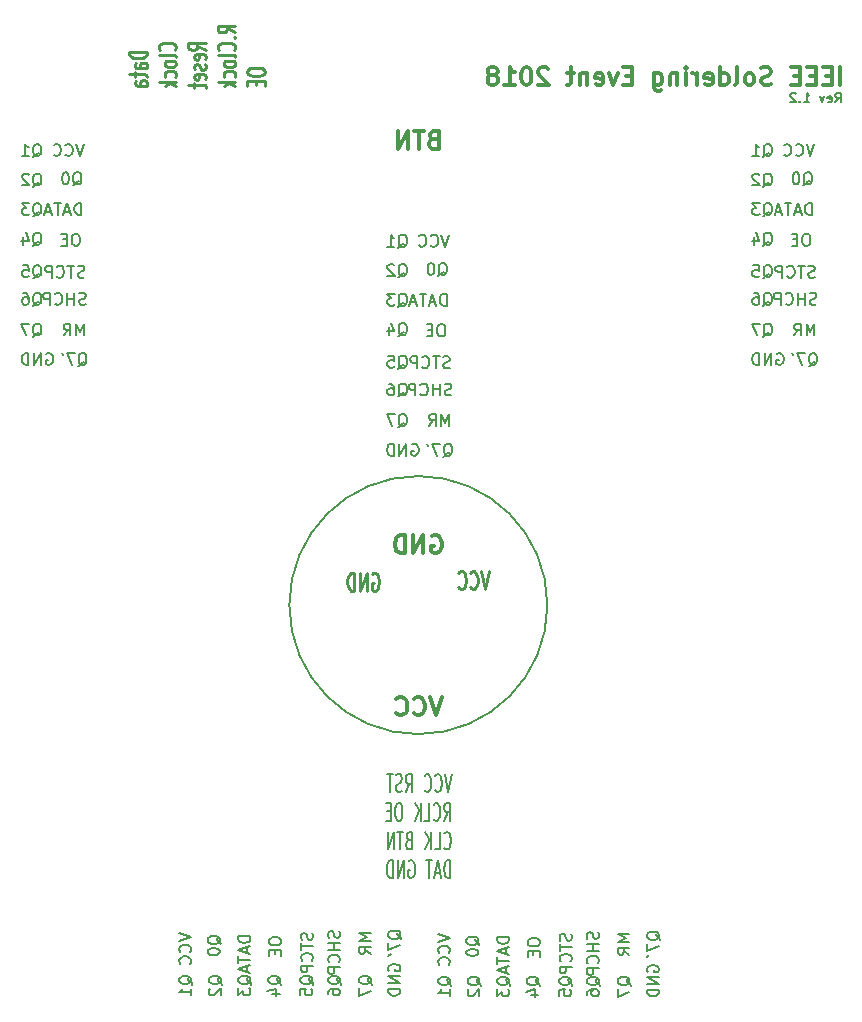
<source format=gbr>
G04 #@! TF.GenerationSoftware,KiCad,Pcbnew,(5.0.0)*
G04 #@! TF.CreationDate,2018-10-09T19:45:50-04:00*
G04 #@! TF.ProjectId,MiniTempleT,4D696E6954656D706C65542E6B696361,rev?*
G04 #@! TF.SameCoordinates,Original*
G04 #@! TF.FileFunction,Legend,Bot*
G04 #@! TF.FilePolarity,Positive*
%FSLAX46Y46*%
G04 Gerber Fmt 4.6, Leading zero omitted, Abs format (unit mm)*
G04 Created by KiCad (PCBNEW (5.0.0)) date 10/09/18 19:45:50*
%MOMM*%
%LPD*%
G01*
G04 APERTURE LIST*
%ADD10C,0.200000*%
%ADD11C,0.300000*%
%ADD12C,0.250000*%
%ADD13C,0.175000*%
%ADD14C,0.150000*%
G04 APERTURE END LIST*
D10*
X206508142Y-65131904D02*
X206774809Y-64750952D01*
X206965285Y-65131904D02*
X206965285Y-64331904D01*
X206660523Y-64331904D01*
X206584333Y-64370000D01*
X206546238Y-64408095D01*
X206508142Y-64484285D01*
X206508142Y-64598571D01*
X206546238Y-64674761D01*
X206584333Y-64712857D01*
X206660523Y-64750952D01*
X206965285Y-64750952D01*
X205860523Y-65093809D02*
X205936714Y-65131904D01*
X206089095Y-65131904D01*
X206165285Y-65093809D01*
X206203380Y-65017619D01*
X206203380Y-64712857D01*
X206165285Y-64636666D01*
X206089095Y-64598571D01*
X205936714Y-64598571D01*
X205860523Y-64636666D01*
X205822428Y-64712857D01*
X205822428Y-64789047D01*
X206203380Y-64865238D01*
X205555761Y-64598571D02*
X205365285Y-65131904D01*
X205174809Y-64598571D01*
X203841476Y-65131904D02*
X204298619Y-65131904D01*
X204070047Y-65131904D02*
X204070047Y-64331904D01*
X204146238Y-64446190D01*
X204222428Y-64522380D01*
X204298619Y-64560476D01*
X203498619Y-65055714D02*
X203460523Y-65093809D01*
X203498619Y-65131904D01*
X203536714Y-65093809D01*
X203498619Y-65055714D01*
X203498619Y-65131904D01*
X203155761Y-64408095D02*
X203117666Y-64370000D01*
X203041476Y-64331904D01*
X202851000Y-64331904D01*
X202774809Y-64370000D01*
X202736714Y-64408095D01*
X202698619Y-64484285D01*
X202698619Y-64560476D01*
X202736714Y-64674761D01*
X203193857Y-65131904D01*
X202698619Y-65131904D01*
D11*
X206916857Y-63670571D02*
X206916857Y-62170571D01*
X206202571Y-62884857D02*
X205702571Y-62884857D01*
X205488285Y-63670571D02*
X206202571Y-63670571D01*
X206202571Y-62170571D01*
X205488285Y-62170571D01*
X204845428Y-62884857D02*
X204345428Y-62884857D01*
X204131142Y-63670571D02*
X204845428Y-63670571D01*
X204845428Y-62170571D01*
X204131142Y-62170571D01*
X203488285Y-62884857D02*
X202988285Y-62884857D01*
X202774000Y-63670571D02*
X203488285Y-63670571D01*
X203488285Y-62170571D01*
X202774000Y-62170571D01*
X201059714Y-63599142D02*
X200845428Y-63670571D01*
X200488285Y-63670571D01*
X200345428Y-63599142D01*
X200274000Y-63527714D01*
X200202571Y-63384857D01*
X200202571Y-63242000D01*
X200274000Y-63099142D01*
X200345428Y-63027714D01*
X200488285Y-62956285D01*
X200774000Y-62884857D01*
X200916857Y-62813428D01*
X200988285Y-62742000D01*
X201059714Y-62599142D01*
X201059714Y-62456285D01*
X200988285Y-62313428D01*
X200916857Y-62242000D01*
X200774000Y-62170571D01*
X200416857Y-62170571D01*
X200202571Y-62242000D01*
X199345428Y-63670571D02*
X199488285Y-63599142D01*
X199559714Y-63527714D01*
X199631142Y-63384857D01*
X199631142Y-62956285D01*
X199559714Y-62813428D01*
X199488285Y-62742000D01*
X199345428Y-62670571D01*
X199131142Y-62670571D01*
X198988285Y-62742000D01*
X198916857Y-62813428D01*
X198845428Y-62956285D01*
X198845428Y-63384857D01*
X198916857Y-63527714D01*
X198988285Y-63599142D01*
X199131142Y-63670571D01*
X199345428Y-63670571D01*
X197988285Y-63670571D02*
X198131142Y-63599142D01*
X198202571Y-63456285D01*
X198202571Y-62170571D01*
X196774000Y-63670571D02*
X196774000Y-62170571D01*
X196774000Y-63599142D02*
X196916857Y-63670571D01*
X197202571Y-63670571D01*
X197345428Y-63599142D01*
X197416857Y-63527714D01*
X197488285Y-63384857D01*
X197488285Y-62956285D01*
X197416857Y-62813428D01*
X197345428Y-62742000D01*
X197202571Y-62670571D01*
X196916857Y-62670571D01*
X196774000Y-62742000D01*
X195488285Y-63599142D02*
X195631142Y-63670571D01*
X195916857Y-63670571D01*
X196059714Y-63599142D01*
X196131142Y-63456285D01*
X196131142Y-62884857D01*
X196059714Y-62742000D01*
X195916857Y-62670571D01*
X195631142Y-62670571D01*
X195488285Y-62742000D01*
X195416857Y-62884857D01*
X195416857Y-63027714D01*
X196131142Y-63170571D01*
X194774000Y-63670571D02*
X194774000Y-62670571D01*
X194774000Y-62956285D02*
X194702571Y-62813428D01*
X194631142Y-62742000D01*
X194488285Y-62670571D01*
X194345428Y-62670571D01*
X193845428Y-63670571D02*
X193845428Y-62670571D01*
X193845428Y-62170571D02*
X193916857Y-62242000D01*
X193845428Y-62313428D01*
X193774000Y-62242000D01*
X193845428Y-62170571D01*
X193845428Y-62313428D01*
X193131142Y-62670571D02*
X193131142Y-63670571D01*
X193131142Y-62813428D02*
X193059714Y-62742000D01*
X192916857Y-62670571D01*
X192702571Y-62670571D01*
X192559714Y-62742000D01*
X192488285Y-62884857D01*
X192488285Y-63670571D01*
X191131142Y-62670571D02*
X191131142Y-63884857D01*
X191202571Y-64027714D01*
X191274000Y-64099142D01*
X191416857Y-64170571D01*
X191631142Y-64170571D01*
X191774000Y-64099142D01*
X191131142Y-63599142D02*
X191274000Y-63670571D01*
X191559714Y-63670571D01*
X191702571Y-63599142D01*
X191774000Y-63527714D01*
X191845428Y-63384857D01*
X191845428Y-62956285D01*
X191774000Y-62813428D01*
X191702571Y-62742000D01*
X191559714Y-62670571D01*
X191274000Y-62670571D01*
X191131142Y-62742000D01*
X189274000Y-62884857D02*
X188774000Y-62884857D01*
X188559714Y-63670571D02*
X189274000Y-63670571D01*
X189274000Y-62170571D01*
X188559714Y-62170571D01*
X188059714Y-62670571D02*
X187702571Y-63670571D01*
X187345428Y-62670571D01*
X186202571Y-63599142D02*
X186345428Y-63670571D01*
X186631142Y-63670571D01*
X186774000Y-63599142D01*
X186845428Y-63456285D01*
X186845428Y-62884857D01*
X186774000Y-62742000D01*
X186631142Y-62670571D01*
X186345428Y-62670571D01*
X186202571Y-62742000D01*
X186131142Y-62884857D01*
X186131142Y-63027714D01*
X186845428Y-63170571D01*
X185488285Y-62670571D02*
X185488285Y-63670571D01*
X185488285Y-62813428D02*
X185416857Y-62742000D01*
X185274000Y-62670571D01*
X185059714Y-62670571D01*
X184916857Y-62742000D01*
X184845428Y-62884857D01*
X184845428Y-63670571D01*
X184345428Y-62670571D02*
X183774000Y-62670571D01*
X184131142Y-62170571D02*
X184131142Y-63456285D01*
X184059714Y-63599142D01*
X183916857Y-63670571D01*
X183774000Y-63670571D01*
X182202571Y-62313428D02*
X182131142Y-62242000D01*
X181988285Y-62170571D01*
X181631142Y-62170571D01*
X181488285Y-62242000D01*
X181416857Y-62313428D01*
X181345428Y-62456285D01*
X181345428Y-62599142D01*
X181416857Y-62813428D01*
X182274000Y-63670571D01*
X181345428Y-63670571D01*
X180416857Y-62170571D02*
X180274000Y-62170571D01*
X180131142Y-62242000D01*
X180059714Y-62313428D01*
X179988285Y-62456285D01*
X179916857Y-62742000D01*
X179916857Y-63099142D01*
X179988285Y-63384857D01*
X180059714Y-63527714D01*
X180131142Y-63599142D01*
X180274000Y-63670571D01*
X180416857Y-63670571D01*
X180559714Y-63599142D01*
X180631142Y-63527714D01*
X180702571Y-63384857D01*
X180774000Y-63099142D01*
X180774000Y-62742000D01*
X180702571Y-62456285D01*
X180631142Y-62313428D01*
X180559714Y-62242000D01*
X180416857Y-62170571D01*
X178488285Y-63670571D02*
X179345428Y-63670571D01*
X178916857Y-63670571D02*
X178916857Y-62170571D01*
X179059714Y-62384857D01*
X179202571Y-62527714D01*
X179345428Y-62599142D01*
X177631142Y-62813428D02*
X177774000Y-62742000D01*
X177845428Y-62670571D01*
X177916857Y-62527714D01*
X177916857Y-62456285D01*
X177845428Y-62313428D01*
X177774000Y-62242000D01*
X177631142Y-62170571D01*
X177345428Y-62170571D01*
X177202571Y-62242000D01*
X177131142Y-62313428D01*
X177059714Y-62456285D01*
X177059714Y-62527714D01*
X177131142Y-62670571D01*
X177202571Y-62742000D01*
X177345428Y-62813428D01*
X177631142Y-62813428D01*
X177774000Y-62884857D01*
X177845428Y-62956285D01*
X177916857Y-63099142D01*
X177916857Y-63384857D01*
X177845428Y-63527714D01*
X177774000Y-63599142D01*
X177631142Y-63670571D01*
X177345428Y-63670571D01*
X177202571Y-63599142D01*
X177131142Y-63527714D01*
X177059714Y-63384857D01*
X177059714Y-63099142D01*
X177131142Y-62956285D01*
X177202571Y-62884857D01*
X177345428Y-62813428D01*
D12*
X177168404Y-104842571D02*
X176835071Y-106342571D01*
X176501738Y-104842571D01*
X175596976Y-106199714D02*
X175644595Y-106271142D01*
X175787452Y-106342571D01*
X175882690Y-106342571D01*
X176025547Y-106271142D01*
X176120785Y-106128285D01*
X176168404Y-105985428D01*
X176216023Y-105699714D01*
X176216023Y-105485428D01*
X176168404Y-105199714D01*
X176120785Y-105056857D01*
X176025547Y-104914000D01*
X175882690Y-104842571D01*
X175787452Y-104842571D01*
X175644595Y-104914000D01*
X175596976Y-104985428D01*
X174596976Y-106199714D02*
X174644595Y-106271142D01*
X174787452Y-106342571D01*
X174882690Y-106342571D01*
X175025547Y-106271142D01*
X175120785Y-106128285D01*
X175168404Y-105985428D01*
X175216023Y-105699714D01*
X175216023Y-105485428D01*
X175168404Y-105199714D01*
X175120785Y-105056857D01*
X175025547Y-104914000D01*
X174882690Y-104842571D01*
X174787452Y-104842571D01*
X174644595Y-104914000D01*
X174596976Y-104985428D01*
D11*
X172466320Y-68264577D02*
X172252034Y-68336005D01*
X172180605Y-68407434D01*
X172109177Y-68550291D01*
X172109177Y-68764577D01*
X172180605Y-68907434D01*
X172252034Y-68978862D01*
X172394891Y-69050291D01*
X172966320Y-69050291D01*
X172966320Y-67550291D01*
X172466320Y-67550291D01*
X172323462Y-67621720D01*
X172252034Y-67693148D01*
X172180605Y-67836005D01*
X172180605Y-67978862D01*
X172252034Y-68121720D01*
X172323462Y-68193148D01*
X172466320Y-68264577D01*
X172966320Y-68264577D01*
X171680605Y-67550291D02*
X170823462Y-67550291D01*
X171252034Y-69050291D02*
X171252034Y-67550291D01*
X170323462Y-69050291D02*
X170323462Y-67550291D01*
X169466320Y-69050291D01*
X169466320Y-67550291D01*
D13*
X174044535Y-122033071D02*
X173744535Y-123533071D01*
X173444535Y-122033071D01*
X172630250Y-123390214D02*
X172673107Y-123461642D01*
X172801678Y-123533071D01*
X172887392Y-123533071D01*
X173015964Y-123461642D01*
X173101678Y-123318785D01*
X173144535Y-123175928D01*
X173187392Y-122890214D01*
X173187392Y-122675928D01*
X173144535Y-122390214D01*
X173101678Y-122247357D01*
X173015964Y-122104500D01*
X172887392Y-122033071D01*
X172801678Y-122033071D01*
X172673107Y-122104500D01*
X172630250Y-122175928D01*
X171730250Y-123390214D02*
X171773107Y-123461642D01*
X171901678Y-123533071D01*
X171987392Y-123533071D01*
X172115964Y-123461642D01*
X172201678Y-123318785D01*
X172244535Y-123175928D01*
X172287392Y-122890214D01*
X172287392Y-122675928D01*
X172244535Y-122390214D01*
X172201678Y-122247357D01*
X172115964Y-122104500D01*
X171987392Y-122033071D01*
X171901678Y-122033071D01*
X171773107Y-122104500D01*
X171730250Y-122175928D01*
X170144535Y-123533071D02*
X170444535Y-122818785D01*
X170658821Y-123533071D02*
X170658821Y-122033071D01*
X170315964Y-122033071D01*
X170230250Y-122104500D01*
X170187392Y-122175928D01*
X170144535Y-122318785D01*
X170144535Y-122533071D01*
X170187392Y-122675928D01*
X170230250Y-122747357D01*
X170315964Y-122818785D01*
X170658821Y-122818785D01*
X169801678Y-123461642D02*
X169673107Y-123533071D01*
X169458821Y-123533071D01*
X169373107Y-123461642D01*
X169330250Y-123390214D01*
X169287392Y-123247357D01*
X169287392Y-123104500D01*
X169330250Y-122961642D01*
X169373107Y-122890214D01*
X169458821Y-122818785D01*
X169630250Y-122747357D01*
X169715964Y-122675928D01*
X169758821Y-122604500D01*
X169801678Y-122461642D01*
X169801678Y-122318785D01*
X169758821Y-122175928D01*
X169715964Y-122104500D01*
X169630250Y-122033071D01*
X169415964Y-122033071D01*
X169287392Y-122104500D01*
X169030250Y-122033071D02*
X168515964Y-122033071D01*
X168773107Y-123533071D02*
X168773107Y-122033071D01*
X173401678Y-125958071D02*
X173701678Y-125243785D01*
X173915964Y-125958071D02*
X173915964Y-124458071D01*
X173573107Y-124458071D01*
X173487392Y-124529500D01*
X173444535Y-124600928D01*
X173401678Y-124743785D01*
X173401678Y-124958071D01*
X173444535Y-125100928D01*
X173487392Y-125172357D01*
X173573107Y-125243785D01*
X173915964Y-125243785D01*
X172501678Y-125815214D02*
X172544535Y-125886642D01*
X172673107Y-125958071D01*
X172758821Y-125958071D01*
X172887392Y-125886642D01*
X172973107Y-125743785D01*
X173015964Y-125600928D01*
X173058821Y-125315214D01*
X173058821Y-125100928D01*
X173015964Y-124815214D01*
X172973107Y-124672357D01*
X172887392Y-124529500D01*
X172758821Y-124458071D01*
X172673107Y-124458071D01*
X172544535Y-124529500D01*
X172501678Y-124600928D01*
X171687392Y-125958071D02*
X172115964Y-125958071D01*
X172115964Y-124458071D01*
X171387392Y-125958071D02*
X171387392Y-124458071D01*
X170873107Y-125958071D02*
X171258821Y-125100928D01*
X170873107Y-124458071D02*
X171387392Y-125315214D01*
X169630250Y-124458071D02*
X169458821Y-124458071D01*
X169373107Y-124529500D01*
X169287392Y-124672357D01*
X169244535Y-124958071D01*
X169244535Y-125458071D01*
X169287392Y-125743785D01*
X169373107Y-125886642D01*
X169458821Y-125958071D01*
X169630250Y-125958071D01*
X169715964Y-125886642D01*
X169801678Y-125743785D01*
X169844535Y-125458071D01*
X169844535Y-124958071D01*
X169801678Y-124672357D01*
X169715964Y-124529500D01*
X169630250Y-124458071D01*
X168858821Y-125172357D02*
X168558821Y-125172357D01*
X168430250Y-125958071D02*
X168858821Y-125958071D01*
X168858821Y-124458071D01*
X168430250Y-124458071D01*
X173401678Y-128240214D02*
X173444535Y-128311642D01*
X173573107Y-128383071D01*
X173658821Y-128383071D01*
X173787392Y-128311642D01*
X173873107Y-128168785D01*
X173915964Y-128025928D01*
X173958821Y-127740214D01*
X173958821Y-127525928D01*
X173915964Y-127240214D01*
X173873107Y-127097357D01*
X173787392Y-126954500D01*
X173658821Y-126883071D01*
X173573107Y-126883071D01*
X173444535Y-126954500D01*
X173401678Y-127025928D01*
X172587392Y-128383071D02*
X173015964Y-128383071D01*
X173015964Y-126883071D01*
X172287392Y-128383071D02*
X172287392Y-126883071D01*
X171773107Y-128383071D02*
X172158821Y-127525928D01*
X171773107Y-126883071D02*
X172287392Y-127740214D01*
X170401678Y-127597357D02*
X170273107Y-127668785D01*
X170230250Y-127740214D01*
X170187392Y-127883071D01*
X170187392Y-128097357D01*
X170230250Y-128240214D01*
X170273107Y-128311642D01*
X170358821Y-128383071D01*
X170701678Y-128383071D01*
X170701678Y-126883071D01*
X170401678Y-126883071D01*
X170315964Y-126954500D01*
X170273107Y-127025928D01*
X170230250Y-127168785D01*
X170230250Y-127311642D01*
X170273107Y-127454500D01*
X170315964Y-127525928D01*
X170401678Y-127597357D01*
X170701678Y-127597357D01*
X169930250Y-126883071D02*
X169415964Y-126883071D01*
X169673107Y-128383071D02*
X169673107Y-126883071D01*
X169115964Y-128383071D02*
X169115964Y-126883071D01*
X168601678Y-128383071D01*
X168601678Y-126883071D01*
X173915964Y-130808071D02*
X173915964Y-129308071D01*
X173701678Y-129308071D01*
X173573107Y-129379500D01*
X173487392Y-129522357D01*
X173444535Y-129665214D01*
X173401678Y-129950928D01*
X173401678Y-130165214D01*
X173444535Y-130450928D01*
X173487392Y-130593785D01*
X173573107Y-130736642D01*
X173701678Y-130808071D01*
X173915964Y-130808071D01*
X173058821Y-130379500D02*
X172630250Y-130379500D01*
X173144535Y-130808071D02*
X172844535Y-129308071D01*
X172544535Y-130808071D01*
X172373107Y-129308071D02*
X171858821Y-129308071D01*
X172115964Y-130808071D02*
X172115964Y-129308071D01*
X170401678Y-129379500D02*
X170487392Y-129308071D01*
X170615964Y-129308071D01*
X170744535Y-129379500D01*
X170830250Y-129522357D01*
X170873107Y-129665214D01*
X170915964Y-129950928D01*
X170915964Y-130165214D01*
X170873107Y-130450928D01*
X170830250Y-130593785D01*
X170744535Y-130736642D01*
X170615964Y-130808071D01*
X170530250Y-130808071D01*
X170401678Y-130736642D01*
X170358821Y-130665214D01*
X170358821Y-130165214D01*
X170530250Y-130165214D01*
X169973107Y-130808071D02*
X169973107Y-129308071D01*
X169458821Y-130808071D01*
X169458821Y-129308071D01*
X169030250Y-130808071D02*
X169030250Y-129308071D01*
X168815964Y-129308071D01*
X168687392Y-129379500D01*
X168601678Y-129522357D01*
X168558821Y-129665214D01*
X168515964Y-129950928D01*
X168515964Y-130165214D01*
X168558821Y-130450928D01*
X168601678Y-130593785D01*
X168687392Y-130736642D01*
X168815964Y-130808071D01*
X169030250Y-130808071D01*
D11*
X173196000Y-115510571D02*
X172696000Y-117010571D01*
X172196000Y-115510571D01*
X170838857Y-116867714D02*
X170910285Y-116939142D01*
X171124571Y-117010571D01*
X171267428Y-117010571D01*
X171481714Y-116939142D01*
X171624571Y-116796285D01*
X171696000Y-116653428D01*
X171767428Y-116367714D01*
X171767428Y-116153428D01*
X171696000Y-115867714D01*
X171624571Y-115724857D01*
X171481714Y-115582000D01*
X171267428Y-115510571D01*
X171124571Y-115510571D01*
X170910285Y-115582000D01*
X170838857Y-115653428D01*
X169338857Y-116867714D02*
X169410285Y-116939142D01*
X169624571Y-117010571D01*
X169767428Y-117010571D01*
X169981714Y-116939142D01*
X170124571Y-116796285D01*
X170196000Y-116653428D01*
X170267428Y-116367714D01*
X170267428Y-116153428D01*
X170196000Y-115867714D01*
X170124571Y-115724857D01*
X169981714Y-115582000D01*
X169767428Y-115510571D01*
X169624571Y-115510571D01*
X169410285Y-115582000D01*
X169338857Y-115653428D01*
X172338857Y-101866000D02*
X172481714Y-101794571D01*
X172696000Y-101794571D01*
X172910285Y-101866000D01*
X173053142Y-102008857D01*
X173124571Y-102151714D01*
X173196000Y-102437428D01*
X173196000Y-102651714D01*
X173124571Y-102937428D01*
X173053142Y-103080285D01*
X172910285Y-103223142D01*
X172696000Y-103294571D01*
X172553142Y-103294571D01*
X172338857Y-103223142D01*
X172267428Y-103151714D01*
X172267428Y-102651714D01*
X172553142Y-102651714D01*
X171624571Y-103294571D02*
X171624571Y-101794571D01*
X170767428Y-103294571D01*
X170767428Y-101794571D01*
X170053142Y-103294571D02*
X170053142Y-101794571D01*
X169696000Y-101794571D01*
X169481714Y-101866000D01*
X169338857Y-102008857D01*
X169267428Y-102151714D01*
X169196000Y-102437428D01*
X169196000Y-102651714D01*
X169267428Y-102937428D01*
X169338857Y-103080285D01*
X169481714Y-103223142D01*
X169696000Y-103294571D01*
X170053142Y-103294571D01*
D10*
X182120953Y-107696000D02*
G75*
G03X182120953Y-107696000I-10924953J0D01*
G01*
D12*
X167294214Y-105041000D02*
X167389452Y-104969571D01*
X167532309Y-104969571D01*
X167675166Y-105041000D01*
X167770404Y-105183857D01*
X167818023Y-105326714D01*
X167865642Y-105612428D01*
X167865642Y-105826714D01*
X167818023Y-106112428D01*
X167770404Y-106255285D01*
X167675166Y-106398142D01*
X167532309Y-106469571D01*
X167437071Y-106469571D01*
X167294214Y-106398142D01*
X167246595Y-106326714D01*
X167246595Y-105826714D01*
X167437071Y-105826714D01*
X166818023Y-106469571D02*
X166818023Y-104969571D01*
X166246595Y-106469571D01*
X166246595Y-104969571D01*
X165770404Y-106469571D02*
X165770404Y-104969571D01*
X165532309Y-104969571D01*
X165389452Y-105041000D01*
X165294214Y-105183857D01*
X165246595Y-105326714D01*
X165198976Y-105612428D01*
X165198976Y-105826714D01*
X165246595Y-106112428D01*
X165294214Y-106255285D01*
X165389452Y-106398142D01*
X165532309Y-106469571D01*
X165770404Y-106469571D01*
X148205571Y-60829642D02*
X146705571Y-60829642D01*
X146705571Y-61067738D01*
X146777000Y-61210595D01*
X146919857Y-61305833D01*
X147062714Y-61353452D01*
X147348428Y-61401071D01*
X147562714Y-61401071D01*
X147848428Y-61353452D01*
X147991285Y-61305833D01*
X148134142Y-61210595D01*
X148205571Y-61067738D01*
X148205571Y-60829642D01*
X148205571Y-62258214D02*
X147419857Y-62258214D01*
X147277000Y-62210595D01*
X147205571Y-62115357D01*
X147205571Y-61924880D01*
X147277000Y-61829642D01*
X148134142Y-62258214D02*
X148205571Y-62162976D01*
X148205571Y-61924880D01*
X148134142Y-61829642D01*
X147991285Y-61782023D01*
X147848428Y-61782023D01*
X147705571Y-61829642D01*
X147634142Y-61924880D01*
X147634142Y-62162976D01*
X147562714Y-62258214D01*
X147205571Y-62591547D02*
X147205571Y-62972500D01*
X146705571Y-62734404D02*
X147991285Y-62734404D01*
X148134142Y-62782023D01*
X148205571Y-62877261D01*
X148205571Y-62972500D01*
X148205571Y-63734404D02*
X147419857Y-63734404D01*
X147277000Y-63686785D01*
X147205571Y-63591547D01*
X147205571Y-63401071D01*
X147277000Y-63305833D01*
X148134142Y-63734404D02*
X148205571Y-63639166D01*
X148205571Y-63401071D01*
X148134142Y-63305833D01*
X147991285Y-63258214D01*
X147848428Y-63258214D01*
X147705571Y-63305833D01*
X147634142Y-63401071D01*
X147634142Y-63639166D01*
X147562714Y-63734404D01*
X150562714Y-60686785D02*
X150634142Y-60639166D01*
X150705571Y-60496309D01*
X150705571Y-60401071D01*
X150634142Y-60258214D01*
X150491285Y-60162976D01*
X150348428Y-60115357D01*
X150062714Y-60067738D01*
X149848428Y-60067738D01*
X149562714Y-60115357D01*
X149419857Y-60162976D01*
X149277000Y-60258214D01*
X149205571Y-60401071D01*
X149205571Y-60496309D01*
X149277000Y-60639166D01*
X149348428Y-60686785D01*
X150705571Y-61258214D02*
X150634142Y-61162976D01*
X150491285Y-61115357D01*
X149205571Y-61115357D01*
X150705571Y-61782023D02*
X150634142Y-61686785D01*
X150562714Y-61639166D01*
X150419857Y-61591547D01*
X149991285Y-61591547D01*
X149848428Y-61639166D01*
X149777000Y-61686785D01*
X149705571Y-61782023D01*
X149705571Y-61924880D01*
X149777000Y-62020119D01*
X149848428Y-62067738D01*
X149991285Y-62115357D01*
X150419857Y-62115357D01*
X150562714Y-62067738D01*
X150634142Y-62020119D01*
X150705571Y-61924880D01*
X150705571Y-61782023D01*
X150634142Y-62972500D02*
X150705571Y-62877261D01*
X150705571Y-62686785D01*
X150634142Y-62591547D01*
X150562714Y-62543928D01*
X150419857Y-62496309D01*
X149991285Y-62496309D01*
X149848428Y-62543928D01*
X149777000Y-62591547D01*
X149705571Y-62686785D01*
X149705571Y-62877261D01*
X149777000Y-62972500D01*
X150705571Y-63401071D02*
X149205571Y-63401071D01*
X150134142Y-63496309D02*
X150705571Y-63782023D01*
X149705571Y-63782023D02*
X150277000Y-63401071D01*
X153205571Y-60686785D02*
X152491285Y-60353452D01*
X153205571Y-60115357D02*
X151705571Y-60115357D01*
X151705571Y-60496309D01*
X151777000Y-60591547D01*
X151848428Y-60639166D01*
X151991285Y-60686785D01*
X152205571Y-60686785D01*
X152348428Y-60639166D01*
X152419857Y-60591547D01*
X152491285Y-60496309D01*
X152491285Y-60115357D01*
X153134142Y-61496309D02*
X153205571Y-61401071D01*
X153205571Y-61210595D01*
X153134142Y-61115357D01*
X152991285Y-61067738D01*
X152419857Y-61067738D01*
X152277000Y-61115357D01*
X152205571Y-61210595D01*
X152205571Y-61401071D01*
X152277000Y-61496309D01*
X152419857Y-61543928D01*
X152562714Y-61543928D01*
X152705571Y-61067738D01*
X153134142Y-61924880D02*
X153205571Y-62020119D01*
X153205571Y-62210595D01*
X153134142Y-62305833D01*
X152991285Y-62353452D01*
X152919857Y-62353452D01*
X152777000Y-62305833D01*
X152705571Y-62210595D01*
X152705571Y-62067738D01*
X152634142Y-61972500D01*
X152491285Y-61924880D01*
X152419857Y-61924880D01*
X152277000Y-61972500D01*
X152205571Y-62067738D01*
X152205571Y-62210595D01*
X152277000Y-62305833D01*
X153134142Y-63162976D02*
X153205571Y-63067738D01*
X153205571Y-62877261D01*
X153134142Y-62782023D01*
X152991285Y-62734404D01*
X152419857Y-62734404D01*
X152277000Y-62782023D01*
X152205571Y-62877261D01*
X152205571Y-63067738D01*
X152277000Y-63162976D01*
X152419857Y-63210595D01*
X152562714Y-63210595D01*
X152705571Y-62734404D01*
X152205571Y-63496309D02*
X152205571Y-63877261D01*
X151705571Y-63639166D02*
X152991285Y-63639166D01*
X153134142Y-63686785D01*
X153205571Y-63782023D01*
X153205571Y-63877261D01*
X155705571Y-59210595D02*
X154991285Y-58877261D01*
X155705571Y-58639166D02*
X154205571Y-58639166D01*
X154205571Y-59020119D01*
X154277000Y-59115357D01*
X154348428Y-59162976D01*
X154491285Y-59210595D01*
X154705571Y-59210595D01*
X154848428Y-59162976D01*
X154919857Y-59115357D01*
X154991285Y-59020119D01*
X154991285Y-58639166D01*
X155562714Y-59639166D02*
X155634142Y-59686785D01*
X155705571Y-59639166D01*
X155634142Y-59591547D01*
X155562714Y-59639166D01*
X155705571Y-59639166D01*
X155562714Y-60686785D02*
X155634142Y-60639166D01*
X155705571Y-60496309D01*
X155705571Y-60401071D01*
X155634142Y-60258214D01*
X155491285Y-60162976D01*
X155348428Y-60115357D01*
X155062714Y-60067738D01*
X154848428Y-60067738D01*
X154562714Y-60115357D01*
X154419857Y-60162976D01*
X154277000Y-60258214D01*
X154205571Y-60401071D01*
X154205571Y-60496309D01*
X154277000Y-60639166D01*
X154348428Y-60686785D01*
X155705571Y-61258214D02*
X155634142Y-61162976D01*
X155491285Y-61115357D01*
X154205571Y-61115357D01*
X155705571Y-61782023D02*
X155634142Y-61686785D01*
X155562714Y-61639166D01*
X155419857Y-61591547D01*
X154991285Y-61591547D01*
X154848428Y-61639166D01*
X154777000Y-61686785D01*
X154705571Y-61782023D01*
X154705571Y-61924880D01*
X154777000Y-62020119D01*
X154848428Y-62067738D01*
X154991285Y-62115357D01*
X155419857Y-62115357D01*
X155562714Y-62067738D01*
X155634142Y-62020119D01*
X155705571Y-61924880D01*
X155705571Y-61782023D01*
X155634142Y-62972500D02*
X155705571Y-62877261D01*
X155705571Y-62686785D01*
X155634142Y-62591547D01*
X155562714Y-62543928D01*
X155419857Y-62496309D01*
X154991285Y-62496309D01*
X154848428Y-62543928D01*
X154777000Y-62591547D01*
X154705571Y-62686785D01*
X154705571Y-62877261D01*
X154777000Y-62972500D01*
X155705571Y-63401071D02*
X154205571Y-63401071D01*
X155134142Y-63496309D02*
X155705571Y-63782023D01*
X154705571Y-63782023D02*
X155277000Y-63401071D01*
X156705571Y-62448690D02*
X156705571Y-62639166D01*
X156777000Y-62734404D01*
X156919857Y-62829642D01*
X157205571Y-62877261D01*
X157705571Y-62877261D01*
X157991285Y-62829642D01*
X158134142Y-62734404D01*
X158205571Y-62639166D01*
X158205571Y-62448690D01*
X158134142Y-62353452D01*
X157991285Y-62258214D01*
X157705571Y-62210595D01*
X157205571Y-62210595D01*
X156919857Y-62258214D01*
X156777000Y-62353452D01*
X156705571Y-62448690D01*
X157419857Y-63305833D02*
X157419857Y-63639166D01*
X158205571Y-63782023D02*
X158205571Y-63305833D01*
X156705571Y-63305833D01*
X156705571Y-63782023D01*
G04 #@! TO.C,Shift2*
D14*
X204731333Y-68667380D02*
X204398000Y-69667380D01*
X204064666Y-68667380D01*
X203159904Y-69572142D02*
X203207523Y-69619761D01*
X203350380Y-69667380D01*
X203445619Y-69667380D01*
X203588476Y-69619761D01*
X203683714Y-69524523D01*
X203731333Y-69429285D01*
X203778952Y-69238809D01*
X203778952Y-69095952D01*
X203731333Y-68905476D01*
X203683714Y-68810238D01*
X203588476Y-68715000D01*
X203445619Y-68667380D01*
X203350380Y-68667380D01*
X203207523Y-68715000D01*
X203159904Y-68762619D01*
X202159904Y-69572142D02*
X202207523Y-69619761D01*
X202350380Y-69667380D01*
X202445619Y-69667380D01*
X202588476Y-69619761D01*
X202683714Y-69524523D01*
X202731333Y-69429285D01*
X202778952Y-69238809D01*
X202778952Y-69095952D01*
X202731333Y-68905476D01*
X202683714Y-68810238D01*
X202588476Y-68715000D01*
X202445619Y-68667380D01*
X202350380Y-68667380D01*
X202207523Y-68715000D01*
X202159904Y-68762619D01*
X203793238Y-72162619D02*
X203888476Y-72115000D01*
X203983714Y-72019761D01*
X204126571Y-71876904D01*
X204221809Y-71829285D01*
X204317047Y-71829285D01*
X204269428Y-72067380D02*
X204364666Y-72019761D01*
X204459904Y-71924523D01*
X204507523Y-71734047D01*
X204507523Y-71400714D01*
X204459904Y-71210238D01*
X204364666Y-71115000D01*
X204269428Y-71067380D01*
X204078952Y-71067380D01*
X203983714Y-71115000D01*
X203888476Y-71210238D01*
X203840857Y-71400714D01*
X203840857Y-71734047D01*
X203888476Y-71924523D01*
X203983714Y-72019761D01*
X204078952Y-72067380D01*
X204269428Y-72067380D01*
X203221809Y-71067380D02*
X203126571Y-71067380D01*
X203031333Y-71115000D01*
X202983714Y-71162619D01*
X202936095Y-71257857D01*
X202888476Y-71448333D01*
X202888476Y-71686428D01*
X202936095Y-71876904D01*
X202983714Y-71972142D01*
X203031333Y-72019761D01*
X203126571Y-72067380D01*
X203221809Y-72067380D01*
X203317047Y-72019761D01*
X203364666Y-71972142D01*
X203412285Y-71876904D01*
X203459904Y-71686428D01*
X203459904Y-71448333D01*
X203412285Y-71257857D01*
X203364666Y-71162619D01*
X203317047Y-71115000D01*
X203221809Y-71067380D01*
X204498000Y-74667380D02*
X204498000Y-73667380D01*
X204259904Y-73667380D01*
X204117047Y-73715000D01*
X204021809Y-73810238D01*
X203974190Y-73905476D01*
X203926571Y-74095952D01*
X203926571Y-74238809D01*
X203974190Y-74429285D01*
X204021809Y-74524523D01*
X204117047Y-74619761D01*
X204259904Y-74667380D01*
X204498000Y-74667380D01*
X203545619Y-74381666D02*
X203069428Y-74381666D01*
X203640857Y-74667380D02*
X203307523Y-73667380D01*
X202974190Y-74667380D01*
X202783714Y-73667380D02*
X202212285Y-73667380D01*
X202498000Y-74667380D02*
X202498000Y-73667380D01*
X201926571Y-74381666D02*
X201450380Y-74381666D01*
X202021809Y-74667380D02*
X201688476Y-73667380D01*
X201355142Y-74667380D01*
X204145619Y-76267380D02*
X203955142Y-76267380D01*
X203859904Y-76315000D01*
X203764666Y-76410238D01*
X203717047Y-76600714D01*
X203717047Y-76934047D01*
X203764666Y-77124523D01*
X203859904Y-77219761D01*
X203955142Y-77267380D01*
X204145619Y-77267380D01*
X204240857Y-77219761D01*
X204336095Y-77124523D01*
X204383714Y-76934047D01*
X204383714Y-76600714D01*
X204336095Y-76410238D01*
X204240857Y-76315000D01*
X204145619Y-76267380D01*
X203288476Y-76743571D02*
X202955142Y-76743571D01*
X202812285Y-77267380D02*
X203288476Y-77267380D01*
X203288476Y-76267380D01*
X202812285Y-76267380D01*
X204764666Y-79919761D02*
X204621809Y-79967380D01*
X204383714Y-79967380D01*
X204288476Y-79919761D01*
X204240857Y-79872142D01*
X204193238Y-79776904D01*
X204193238Y-79681666D01*
X204240857Y-79586428D01*
X204288476Y-79538809D01*
X204383714Y-79491190D01*
X204574190Y-79443571D01*
X204669428Y-79395952D01*
X204717047Y-79348333D01*
X204764666Y-79253095D01*
X204764666Y-79157857D01*
X204717047Y-79062619D01*
X204669428Y-79015000D01*
X204574190Y-78967380D01*
X204336095Y-78967380D01*
X204193238Y-79015000D01*
X203907523Y-78967380D02*
X203336095Y-78967380D01*
X203621809Y-79967380D02*
X203621809Y-78967380D01*
X202431333Y-79872142D02*
X202478952Y-79919761D01*
X202621809Y-79967380D01*
X202717047Y-79967380D01*
X202859904Y-79919761D01*
X202955142Y-79824523D01*
X203002761Y-79729285D01*
X203050380Y-79538809D01*
X203050380Y-79395952D01*
X203002761Y-79205476D01*
X202955142Y-79110238D01*
X202859904Y-79015000D01*
X202717047Y-78967380D01*
X202621809Y-78967380D01*
X202478952Y-79015000D01*
X202431333Y-79062619D01*
X202002761Y-79967380D02*
X202002761Y-78967380D01*
X201621809Y-78967380D01*
X201526571Y-79015000D01*
X201478952Y-79062619D01*
X201431333Y-79157857D01*
X201431333Y-79300714D01*
X201478952Y-79395952D01*
X201526571Y-79443571D01*
X201621809Y-79491190D01*
X202002761Y-79491190D01*
X204907523Y-82219761D02*
X204764666Y-82267380D01*
X204526571Y-82267380D01*
X204431333Y-82219761D01*
X204383714Y-82172142D01*
X204336095Y-82076904D01*
X204336095Y-81981666D01*
X204383714Y-81886428D01*
X204431333Y-81838809D01*
X204526571Y-81791190D01*
X204717047Y-81743571D01*
X204812285Y-81695952D01*
X204859904Y-81648333D01*
X204907523Y-81553095D01*
X204907523Y-81457857D01*
X204859904Y-81362619D01*
X204812285Y-81315000D01*
X204717047Y-81267380D01*
X204478952Y-81267380D01*
X204336095Y-81315000D01*
X203907523Y-82267380D02*
X203907523Y-81267380D01*
X203907523Y-81743571D02*
X203336095Y-81743571D01*
X203336095Y-82267380D02*
X203336095Y-81267380D01*
X202288476Y-82172142D02*
X202336095Y-82219761D01*
X202478952Y-82267380D01*
X202574190Y-82267380D01*
X202717047Y-82219761D01*
X202812285Y-82124523D01*
X202859904Y-82029285D01*
X202907523Y-81838809D01*
X202907523Y-81695952D01*
X202859904Y-81505476D01*
X202812285Y-81410238D01*
X202717047Y-81315000D01*
X202574190Y-81267380D01*
X202478952Y-81267380D01*
X202336095Y-81315000D01*
X202288476Y-81362619D01*
X201859904Y-82267380D02*
X201859904Y-81267380D01*
X201478952Y-81267380D01*
X201383714Y-81315000D01*
X201336095Y-81362619D01*
X201288476Y-81457857D01*
X201288476Y-81600714D01*
X201336095Y-81695952D01*
X201383714Y-81743571D01*
X201478952Y-81791190D01*
X201859904Y-81791190D01*
X204731333Y-84867380D02*
X204731333Y-83867380D01*
X204398000Y-84581666D01*
X204064666Y-83867380D01*
X204064666Y-84867380D01*
X203017047Y-84867380D02*
X203350380Y-84391190D01*
X203588476Y-84867380D02*
X203588476Y-83867380D01*
X203207523Y-83867380D01*
X203112285Y-83915000D01*
X203064666Y-83962619D01*
X203017047Y-84057857D01*
X203017047Y-84200714D01*
X203064666Y-84295952D01*
X203112285Y-84343571D01*
X203207523Y-84391190D01*
X203588476Y-84391190D01*
X204231333Y-87462619D02*
X204326571Y-87415000D01*
X204421809Y-87319761D01*
X204564666Y-87176904D01*
X204659904Y-87129285D01*
X204755142Y-87129285D01*
X204707523Y-87367380D02*
X204802761Y-87319761D01*
X204898000Y-87224523D01*
X204945619Y-87034047D01*
X204945619Y-86700714D01*
X204898000Y-86510238D01*
X204802761Y-86415000D01*
X204707523Y-86367380D01*
X204517047Y-86367380D01*
X204421809Y-86415000D01*
X204326571Y-86510238D01*
X204278952Y-86700714D01*
X204278952Y-87034047D01*
X204326571Y-87224523D01*
X204421809Y-87319761D01*
X204517047Y-87367380D01*
X204707523Y-87367380D01*
X203945619Y-86367380D02*
X203278952Y-86367380D01*
X203707523Y-87367380D01*
X202850380Y-86367380D02*
X202945619Y-86557857D01*
X201559904Y-86415000D02*
X201655142Y-86367380D01*
X201798000Y-86367380D01*
X201940857Y-86415000D01*
X202036095Y-86510238D01*
X202083714Y-86605476D01*
X202131333Y-86795952D01*
X202131333Y-86938809D01*
X202083714Y-87129285D01*
X202036095Y-87224523D01*
X201940857Y-87319761D01*
X201798000Y-87367380D01*
X201702761Y-87367380D01*
X201559904Y-87319761D01*
X201512285Y-87272142D01*
X201512285Y-86938809D01*
X201702761Y-86938809D01*
X201083714Y-87367380D02*
X201083714Y-86367380D01*
X200512285Y-87367380D01*
X200512285Y-86367380D01*
X200036095Y-87367380D02*
X200036095Y-86367380D01*
X199798000Y-86367380D01*
X199655142Y-86415000D01*
X199559904Y-86510238D01*
X199512285Y-86605476D01*
X199464666Y-86795952D01*
X199464666Y-86938809D01*
X199512285Y-87129285D01*
X199559904Y-87224523D01*
X199655142Y-87319761D01*
X199798000Y-87367380D01*
X200036095Y-87367380D01*
X200393238Y-82362619D02*
X200488476Y-82315000D01*
X200583714Y-82219761D01*
X200726571Y-82076904D01*
X200821809Y-82029285D01*
X200917047Y-82029285D01*
X200869428Y-82267380D02*
X200964666Y-82219761D01*
X201059904Y-82124523D01*
X201107523Y-81934047D01*
X201107523Y-81600714D01*
X201059904Y-81410238D01*
X200964666Y-81315000D01*
X200869428Y-81267380D01*
X200678952Y-81267380D01*
X200583714Y-81315000D01*
X200488476Y-81410238D01*
X200440857Y-81600714D01*
X200440857Y-81934047D01*
X200488476Y-82124523D01*
X200583714Y-82219761D01*
X200678952Y-82267380D01*
X200869428Y-82267380D01*
X199583714Y-81267380D02*
X199774190Y-81267380D01*
X199869428Y-81315000D01*
X199917047Y-81362619D01*
X200012285Y-81505476D01*
X200059904Y-81695952D01*
X200059904Y-82076904D01*
X200012285Y-82172142D01*
X199964666Y-82219761D01*
X199869428Y-82267380D01*
X199678952Y-82267380D01*
X199583714Y-82219761D01*
X199536095Y-82172142D01*
X199488476Y-82076904D01*
X199488476Y-81838809D01*
X199536095Y-81743571D01*
X199583714Y-81695952D01*
X199678952Y-81648333D01*
X199869428Y-81648333D01*
X199964666Y-81695952D01*
X200012285Y-81743571D01*
X200059904Y-81838809D01*
X200393238Y-84962619D02*
X200488476Y-84915000D01*
X200583714Y-84819761D01*
X200726571Y-84676904D01*
X200821809Y-84629285D01*
X200917047Y-84629285D01*
X200869428Y-84867380D02*
X200964666Y-84819761D01*
X201059904Y-84724523D01*
X201107523Y-84534047D01*
X201107523Y-84200714D01*
X201059904Y-84010238D01*
X200964666Y-83915000D01*
X200869428Y-83867380D01*
X200678952Y-83867380D01*
X200583714Y-83915000D01*
X200488476Y-84010238D01*
X200440857Y-84200714D01*
X200440857Y-84534047D01*
X200488476Y-84724523D01*
X200583714Y-84819761D01*
X200678952Y-84867380D01*
X200869428Y-84867380D01*
X200107523Y-83867380D02*
X199440857Y-83867380D01*
X199869428Y-84867380D01*
X200393238Y-80012619D02*
X200488476Y-79965000D01*
X200583714Y-79869761D01*
X200726571Y-79726904D01*
X200821809Y-79679285D01*
X200917047Y-79679285D01*
X200869428Y-79917380D02*
X200964666Y-79869761D01*
X201059904Y-79774523D01*
X201107523Y-79584047D01*
X201107523Y-79250714D01*
X201059904Y-79060238D01*
X200964666Y-78965000D01*
X200869428Y-78917380D01*
X200678952Y-78917380D01*
X200583714Y-78965000D01*
X200488476Y-79060238D01*
X200440857Y-79250714D01*
X200440857Y-79584047D01*
X200488476Y-79774523D01*
X200583714Y-79869761D01*
X200678952Y-79917380D01*
X200869428Y-79917380D01*
X199536095Y-78917380D02*
X200012285Y-78917380D01*
X200059904Y-79393571D01*
X200012285Y-79345952D01*
X199917047Y-79298333D01*
X199678952Y-79298333D01*
X199583714Y-79345952D01*
X199536095Y-79393571D01*
X199488476Y-79488809D01*
X199488476Y-79726904D01*
X199536095Y-79822142D01*
X199583714Y-79869761D01*
X199678952Y-79917380D01*
X199917047Y-79917380D01*
X200012285Y-79869761D01*
X200059904Y-79822142D01*
X200393238Y-77262619D02*
X200488476Y-77215000D01*
X200583714Y-77119761D01*
X200726571Y-76976904D01*
X200821809Y-76929285D01*
X200917047Y-76929285D01*
X200869428Y-77167380D02*
X200964666Y-77119761D01*
X201059904Y-77024523D01*
X201107523Y-76834047D01*
X201107523Y-76500714D01*
X201059904Y-76310238D01*
X200964666Y-76215000D01*
X200869428Y-76167380D01*
X200678952Y-76167380D01*
X200583714Y-76215000D01*
X200488476Y-76310238D01*
X200440857Y-76500714D01*
X200440857Y-76834047D01*
X200488476Y-77024523D01*
X200583714Y-77119761D01*
X200678952Y-77167380D01*
X200869428Y-77167380D01*
X199583714Y-76500714D02*
X199583714Y-77167380D01*
X199821809Y-76119761D02*
X200059904Y-76834047D01*
X199440857Y-76834047D01*
X200393238Y-74762619D02*
X200488476Y-74715000D01*
X200583714Y-74619761D01*
X200726571Y-74476904D01*
X200821809Y-74429285D01*
X200917047Y-74429285D01*
X200869428Y-74667380D02*
X200964666Y-74619761D01*
X201059904Y-74524523D01*
X201107523Y-74334047D01*
X201107523Y-74000714D01*
X201059904Y-73810238D01*
X200964666Y-73715000D01*
X200869428Y-73667380D01*
X200678952Y-73667380D01*
X200583714Y-73715000D01*
X200488476Y-73810238D01*
X200440857Y-74000714D01*
X200440857Y-74334047D01*
X200488476Y-74524523D01*
X200583714Y-74619761D01*
X200678952Y-74667380D01*
X200869428Y-74667380D01*
X200107523Y-73667380D02*
X199488476Y-73667380D01*
X199821809Y-74048333D01*
X199678952Y-74048333D01*
X199583714Y-74095952D01*
X199536095Y-74143571D01*
X199488476Y-74238809D01*
X199488476Y-74476904D01*
X199536095Y-74572142D01*
X199583714Y-74619761D01*
X199678952Y-74667380D01*
X199964666Y-74667380D01*
X200059904Y-74619761D01*
X200107523Y-74572142D01*
X200393238Y-72262619D02*
X200488476Y-72215000D01*
X200583714Y-72119761D01*
X200726571Y-71976904D01*
X200821809Y-71929285D01*
X200917047Y-71929285D01*
X200869428Y-72167380D02*
X200964666Y-72119761D01*
X201059904Y-72024523D01*
X201107523Y-71834047D01*
X201107523Y-71500714D01*
X201059904Y-71310238D01*
X200964666Y-71215000D01*
X200869428Y-71167380D01*
X200678952Y-71167380D01*
X200583714Y-71215000D01*
X200488476Y-71310238D01*
X200440857Y-71500714D01*
X200440857Y-71834047D01*
X200488476Y-72024523D01*
X200583714Y-72119761D01*
X200678952Y-72167380D01*
X200869428Y-72167380D01*
X200059904Y-71262619D02*
X200012285Y-71215000D01*
X199917047Y-71167380D01*
X199678952Y-71167380D01*
X199583714Y-71215000D01*
X199536095Y-71262619D01*
X199488476Y-71357857D01*
X199488476Y-71453095D01*
X199536095Y-71595952D01*
X200107523Y-72167380D01*
X199488476Y-72167380D01*
X200393238Y-69762619D02*
X200488476Y-69715000D01*
X200583714Y-69619761D01*
X200726571Y-69476904D01*
X200821809Y-69429285D01*
X200917047Y-69429285D01*
X200869428Y-69667380D02*
X200964666Y-69619761D01*
X201059904Y-69524523D01*
X201107523Y-69334047D01*
X201107523Y-69000714D01*
X201059904Y-68810238D01*
X200964666Y-68715000D01*
X200869428Y-68667380D01*
X200678952Y-68667380D01*
X200583714Y-68715000D01*
X200488476Y-68810238D01*
X200440857Y-69000714D01*
X200440857Y-69334047D01*
X200488476Y-69524523D01*
X200583714Y-69619761D01*
X200678952Y-69667380D01*
X200869428Y-69667380D01*
X199488476Y-69667380D02*
X200059904Y-69667380D01*
X199774190Y-69667380D02*
X199774190Y-68667380D01*
X199869428Y-68810238D01*
X199964666Y-68905476D01*
X200059904Y-68953095D01*
G04 #@! TO.C,Shift3*
X173819333Y-76338180D02*
X173486000Y-77338180D01*
X173152666Y-76338180D01*
X172247904Y-77242942D02*
X172295523Y-77290561D01*
X172438380Y-77338180D01*
X172533619Y-77338180D01*
X172676476Y-77290561D01*
X172771714Y-77195323D01*
X172819333Y-77100085D01*
X172866952Y-76909609D01*
X172866952Y-76766752D01*
X172819333Y-76576276D01*
X172771714Y-76481038D01*
X172676476Y-76385800D01*
X172533619Y-76338180D01*
X172438380Y-76338180D01*
X172295523Y-76385800D01*
X172247904Y-76433419D01*
X171247904Y-77242942D02*
X171295523Y-77290561D01*
X171438380Y-77338180D01*
X171533619Y-77338180D01*
X171676476Y-77290561D01*
X171771714Y-77195323D01*
X171819333Y-77100085D01*
X171866952Y-76909609D01*
X171866952Y-76766752D01*
X171819333Y-76576276D01*
X171771714Y-76481038D01*
X171676476Y-76385800D01*
X171533619Y-76338180D01*
X171438380Y-76338180D01*
X171295523Y-76385800D01*
X171247904Y-76433419D01*
X172881238Y-79833419D02*
X172976476Y-79785800D01*
X173071714Y-79690561D01*
X173214571Y-79547704D01*
X173309809Y-79500085D01*
X173405047Y-79500085D01*
X173357428Y-79738180D02*
X173452666Y-79690561D01*
X173547904Y-79595323D01*
X173595523Y-79404847D01*
X173595523Y-79071514D01*
X173547904Y-78881038D01*
X173452666Y-78785800D01*
X173357428Y-78738180D01*
X173166952Y-78738180D01*
X173071714Y-78785800D01*
X172976476Y-78881038D01*
X172928857Y-79071514D01*
X172928857Y-79404847D01*
X172976476Y-79595323D01*
X173071714Y-79690561D01*
X173166952Y-79738180D01*
X173357428Y-79738180D01*
X172309809Y-78738180D02*
X172214571Y-78738180D01*
X172119333Y-78785800D01*
X172071714Y-78833419D01*
X172024095Y-78928657D01*
X171976476Y-79119133D01*
X171976476Y-79357228D01*
X172024095Y-79547704D01*
X172071714Y-79642942D01*
X172119333Y-79690561D01*
X172214571Y-79738180D01*
X172309809Y-79738180D01*
X172405047Y-79690561D01*
X172452666Y-79642942D01*
X172500285Y-79547704D01*
X172547904Y-79357228D01*
X172547904Y-79119133D01*
X172500285Y-78928657D01*
X172452666Y-78833419D01*
X172405047Y-78785800D01*
X172309809Y-78738180D01*
X173586000Y-82338180D02*
X173586000Y-81338180D01*
X173347904Y-81338180D01*
X173205047Y-81385800D01*
X173109809Y-81481038D01*
X173062190Y-81576276D01*
X173014571Y-81766752D01*
X173014571Y-81909609D01*
X173062190Y-82100085D01*
X173109809Y-82195323D01*
X173205047Y-82290561D01*
X173347904Y-82338180D01*
X173586000Y-82338180D01*
X172633619Y-82052466D02*
X172157428Y-82052466D01*
X172728857Y-82338180D02*
X172395523Y-81338180D01*
X172062190Y-82338180D01*
X171871714Y-81338180D02*
X171300285Y-81338180D01*
X171586000Y-82338180D02*
X171586000Y-81338180D01*
X171014571Y-82052466D02*
X170538380Y-82052466D01*
X171109809Y-82338180D02*
X170776476Y-81338180D01*
X170443142Y-82338180D01*
X173233619Y-83938180D02*
X173043142Y-83938180D01*
X172947904Y-83985800D01*
X172852666Y-84081038D01*
X172805047Y-84271514D01*
X172805047Y-84604847D01*
X172852666Y-84795323D01*
X172947904Y-84890561D01*
X173043142Y-84938180D01*
X173233619Y-84938180D01*
X173328857Y-84890561D01*
X173424095Y-84795323D01*
X173471714Y-84604847D01*
X173471714Y-84271514D01*
X173424095Y-84081038D01*
X173328857Y-83985800D01*
X173233619Y-83938180D01*
X172376476Y-84414371D02*
X172043142Y-84414371D01*
X171900285Y-84938180D02*
X172376476Y-84938180D01*
X172376476Y-83938180D01*
X171900285Y-83938180D01*
X173852666Y-87590561D02*
X173709809Y-87638180D01*
X173471714Y-87638180D01*
X173376476Y-87590561D01*
X173328857Y-87542942D01*
X173281238Y-87447704D01*
X173281238Y-87352466D01*
X173328857Y-87257228D01*
X173376476Y-87209609D01*
X173471714Y-87161990D01*
X173662190Y-87114371D01*
X173757428Y-87066752D01*
X173805047Y-87019133D01*
X173852666Y-86923895D01*
X173852666Y-86828657D01*
X173805047Y-86733419D01*
X173757428Y-86685800D01*
X173662190Y-86638180D01*
X173424095Y-86638180D01*
X173281238Y-86685800D01*
X172995523Y-86638180D02*
X172424095Y-86638180D01*
X172709809Y-87638180D02*
X172709809Y-86638180D01*
X171519333Y-87542942D02*
X171566952Y-87590561D01*
X171709809Y-87638180D01*
X171805047Y-87638180D01*
X171947904Y-87590561D01*
X172043142Y-87495323D01*
X172090761Y-87400085D01*
X172138380Y-87209609D01*
X172138380Y-87066752D01*
X172090761Y-86876276D01*
X172043142Y-86781038D01*
X171947904Y-86685800D01*
X171805047Y-86638180D01*
X171709809Y-86638180D01*
X171566952Y-86685800D01*
X171519333Y-86733419D01*
X171090761Y-87638180D02*
X171090761Y-86638180D01*
X170709809Y-86638180D01*
X170614571Y-86685800D01*
X170566952Y-86733419D01*
X170519333Y-86828657D01*
X170519333Y-86971514D01*
X170566952Y-87066752D01*
X170614571Y-87114371D01*
X170709809Y-87161990D01*
X171090761Y-87161990D01*
X173995523Y-89890561D02*
X173852666Y-89938180D01*
X173614571Y-89938180D01*
X173519333Y-89890561D01*
X173471714Y-89842942D01*
X173424095Y-89747704D01*
X173424095Y-89652466D01*
X173471714Y-89557228D01*
X173519333Y-89509609D01*
X173614571Y-89461990D01*
X173805047Y-89414371D01*
X173900285Y-89366752D01*
X173947904Y-89319133D01*
X173995523Y-89223895D01*
X173995523Y-89128657D01*
X173947904Y-89033419D01*
X173900285Y-88985800D01*
X173805047Y-88938180D01*
X173566952Y-88938180D01*
X173424095Y-88985800D01*
X172995523Y-89938180D02*
X172995523Y-88938180D01*
X172995523Y-89414371D02*
X172424095Y-89414371D01*
X172424095Y-89938180D02*
X172424095Y-88938180D01*
X171376476Y-89842942D02*
X171424095Y-89890561D01*
X171566952Y-89938180D01*
X171662190Y-89938180D01*
X171805047Y-89890561D01*
X171900285Y-89795323D01*
X171947904Y-89700085D01*
X171995523Y-89509609D01*
X171995523Y-89366752D01*
X171947904Y-89176276D01*
X171900285Y-89081038D01*
X171805047Y-88985800D01*
X171662190Y-88938180D01*
X171566952Y-88938180D01*
X171424095Y-88985800D01*
X171376476Y-89033419D01*
X170947904Y-89938180D02*
X170947904Y-88938180D01*
X170566952Y-88938180D01*
X170471714Y-88985800D01*
X170424095Y-89033419D01*
X170376476Y-89128657D01*
X170376476Y-89271514D01*
X170424095Y-89366752D01*
X170471714Y-89414371D01*
X170566952Y-89461990D01*
X170947904Y-89461990D01*
X173819333Y-92538180D02*
X173819333Y-91538180D01*
X173486000Y-92252466D01*
X173152666Y-91538180D01*
X173152666Y-92538180D01*
X172105047Y-92538180D02*
X172438380Y-92061990D01*
X172676476Y-92538180D02*
X172676476Y-91538180D01*
X172295523Y-91538180D01*
X172200285Y-91585800D01*
X172152666Y-91633419D01*
X172105047Y-91728657D01*
X172105047Y-91871514D01*
X172152666Y-91966752D01*
X172200285Y-92014371D01*
X172295523Y-92061990D01*
X172676476Y-92061990D01*
X173319333Y-95133419D02*
X173414571Y-95085800D01*
X173509809Y-94990561D01*
X173652666Y-94847704D01*
X173747904Y-94800085D01*
X173843142Y-94800085D01*
X173795523Y-95038180D02*
X173890761Y-94990561D01*
X173986000Y-94895323D01*
X174033619Y-94704847D01*
X174033619Y-94371514D01*
X173986000Y-94181038D01*
X173890761Y-94085800D01*
X173795523Y-94038180D01*
X173605047Y-94038180D01*
X173509809Y-94085800D01*
X173414571Y-94181038D01*
X173366952Y-94371514D01*
X173366952Y-94704847D01*
X173414571Y-94895323D01*
X173509809Y-94990561D01*
X173605047Y-95038180D01*
X173795523Y-95038180D01*
X173033619Y-94038180D02*
X172366952Y-94038180D01*
X172795523Y-95038180D01*
X171938380Y-94038180D02*
X172033619Y-94228657D01*
X170647904Y-94085800D02*
X170743142Y-94038180D01*
X170886000Y-94038180D01*
X171028857Y-94085800D01*
X171124095Y-94181038D01*
X171171714Y-94276276D01*
X171219333Y-94466752D01*
X171219333Y-94609609D01*
X171171714Y-94800085D01*
X171124095Y-94895323D01*
X171028857Y-94990561D01*
X170886000Y-95038180D01*
X170790761Y-95038180D01*
X170647904Y-94990561D01*
X170600285Y-94942942D01*
X170600285Y-94609609D01*
X170790761Y-94609609D01*
X170171714Y-95038180D02*
X170171714Y-94038180D01*
X169600285Y-95038180D01*
X169600285Y-94038180D01*
X169124095Y-95038180D02*
X169124095Y-94038180D01*
X168886000Y-94038180D01*
X168743142Y-94085800D01*
X168647904Y-94181038D01*
X168600285Y-94276276D01*
X168552666Y-94466752D01*
X168552666Y-94609609D01*
X168600285Y-94800085D01*
X168647904Y-94895323D01*
X168743142Y-94990561D01*
X168886000Y-95038180D01*
X169124095Y-95038180D01*
X169481238Y-90033419D02*
X169576476Y-89985800D01*
X169671714Y-89890561D01*
X169814571Y-89747704D01*
X169909809Y-89700085D01*
X170005047Y-89700085D01*
X169957428Y-89938180D02*
X170052666Y-89890561D01*
X170147904Y-89795323D01*
X170195523Y-89604847D01*
X170195523Y-89271514D01*
X170147904Y-89081038D01*
X170052666Y-88985800D01*
X169957428Y-88938180D01*
X169766952Y-88938180D01*
X169671714Y-88985800D01*
X169576476Y-89081038D01*
X169528857Y-89271514D01*
X169528857Y-89604847D01*
X169576476Y-89795323D01*
X169671714Y-89890561D01*
X169766952Y-89938180D01*
X169957428Y-89938180D01*
X168671714Y-88938180D02*
X168862190Y-88938180D01*
X168957428Y-88985800D01*
X169005047Y-89033419D01*
X169100285Y-89176276D01*
X169147904Y-89366752D01*
X169147904Y-89747704D01*
X169100285Y-89842942D01*
X169052666Y-89890561D01*
X168957428Y-89938180D01*
X168766952Y-89938180D01*
X168671714Y-89890561D01*
X168624095Y-89842942D01*
X168576476Y-89747704D01*
X168576476Y-89509609D01*
X168624095Y-89414371D01*
X168671714Y-89366752D01*
X168766952Y-89319133D01*
X168957428Y-89319133D01*
X169052666Y-89366752D01*
X169100285Y-89414371D01*
X169147904Y-89509609D01*
X169481238Y-92633419D02*
X169576476Y-92585800D01*
X169671714Y-92490561D01*
X169814571Y-92347704D01*
X169909809Y-92300085D01*
X170005047Y-92300085D01*
X169957428Y-92538180D02*
X170052666Y-92490561D01*
X170147904Y-92395323D01*
X170195523Y-92204847D01*
X170195523Y-91871514D01*
X170147904Y-91681038D01*
X170052666Y-91585800D01*
X169957428Y-91538180D01*
X169766952Y-91538180D01*
X169671714Y-91585800D01*
X169576476Y-91681038D01*
X169528857Y-91871514D01*
X169528857Y-92204847D01*
X169576476Y-92395323D01*
X169671714Y-92490561D01*
X169766952Y-92538180D01*
X169957428Y-92538180D01*
X169195523Y-91538180D02*
X168528857Y-91538180D01*
X168957428Y-92538180D01*
X169481238Y-87683419D02*
X169576476Y-87635800D01*
X169671714Y-87540561D01*
X169814571Y-87397704D01*
X169909809Y-87350085D01*
X170005047Y-87350085D01*
X169957428Y-87588180D02*
X170052666Y-87540561D01*
X170147904Y-87445323D01*
X170195523Y-87254847D01*
X170195523Y-86921514D01*
X170147904Y-86731038D01*
X170052666Y-86635800D01*
X169957428Y-86588180D01*
X169766952Y-86588180D01*
X169671714Y-86635800D01*
X169576476Y-86731038D01*
X169528857Y-86921514D01*
X169528857Y-87254847D01*
X169576476Y-87445323D01*
X169671714Y-87540561D01*
X169766952Y-87588180D01*
X169957428Y-87588180D01*
X168624095Y-86588180D02*
X169100285Y-86588180D01*
X169147904Y-87064371D01*
X169100285Y-87016752D01*
X169005047Y-86969133D01*
X168766952Y-86969133D01*
X168671714Y-87016752D01*
X168624095Y-87064371D01*
X168576476Y-87159609D01*
X168576476Y-87397704D01*
X168624095Y-87492942D01*
X168671714Y-87540561D01*
X168766952Y-87588180D01*
X169005047Y-87588180D01*
X169100285Y-87540561D01*
X169147904Y-87492942D01*
X169481238Y-84933419D02*
X169576476Y-84885800D01*
X169671714Y-84790561D01*
X169814571Y-84647704D01*
X169909809Y-84600085D01*
X170005047Y-84600085D01*
X169957428Y-84838180D02*
X170052666Y-84790561D01*
X170147904Y-84695323D01*
X170195523Y-84504847D01*
X170195523Y-84171514D01*
X170147904Y-83981038D01*
X170052666Y-83885800D01*
X169957428Y-83838180D01*
X169766952Y-83838180D01*
X169671714Y-83885800D01*
X169576476Y-83981038D01*
X169528857Y-84171514D01*
X169528857Y-84504847D01*
X169576476Y-84695323D01*
X169671714Y-84790561D01*
X169766952Y-84838180D01*
X169957428Y-84838180D01*
X168671714Y-84171514D02*
X168671714Y-84838180D01*
X168909809Y-83790561D02*
X169147904Y-84504847D01*
X168528857Y-84504847D01*
X169481238Y-82433419D02*
X169576476Y-82385800D01*
X169671714Y-82290561D01*
X169814571Y-82147704D01*
X169909809Y-82100085D01*
X170005047Y-82100085D01*
X169957428Y-82338180D02*
X170052666Y-82290561D01*
X170147904Y-82195323D01*
X170195523Y-82004847D01*
X170195523Y-81671514D01*
X170147904Y-81481038D01*
X170052666Y-81385800D01*
X169957428Y-81338180D01*
X169766952Y-81338180D01*
X169671714Y-81385800D01*
X169576476Y-81481038D01*
X169528857Y-81671514D01*
X169528857Y-82004847D01*
X169576476Y-82195323D01*
X169671714Y-82290561D01*
X169766952Y-82338180D01*
X169957428Y-82338180D01*
X169195523Y-81338180D02*
X168576476Y-81338180D01*
X168909809Y-81719133D01*
X168766952Y-81719133D01*
X168671714Y-81766752D01*
X168624095Y-81814371D01*
X168576476Y-81909609D01*
X168576476Y-82147704D01*
X168624095Y-82242942D01*
X168671714Y-82290561D01*
X168766952Y-82338180D01*
X169052666Y-82338180D01*
X169147904Y-82290561D01*
X169195523Y-82242942D01*
X169481238Y-79933419D02*
X169576476Y-79885800D01*
X169671714Y-79790561D01*
X169814571Y-79647704D01*
X169909809Y-79600085D01*
X170005047Y-79600085D01*
X169957428Y-79838180D02*
X170052666Y-79790561D01*
X170147904Y-79695323D01*
X170195523Y-79504847D01*
X170195523Y-79171514D01*
X170147904Y-78981038D01*
X170052666Y-78885800D01*
X169957428Y-78838180D01*
X169766952Y-78838180D01*
X169671714Y-78885800D01*
X169576476Y-78981038D01*
X169528857Y-79171514D01*
X169528857Y-79504847D01*
X169576476Y-79695323D01*
X169671714Y-79790561D01*
X169766952Y-79838180D01*
X169957428Y-79838180D01*
X169147904Y-78933419D02*
X169100285Y-78885800D01*
X169005047Y-78838180D01*
X168766952Y-78838180D01*
X168671714Y-78885800D01*
X168624095Y-78933419D01*
X168576476Y-79028657D01*
X168576476Y-79123895D01*
X168624095Y-79266752D01*
X169195523Y-79838180D01*
X168576476Y-79838180D01*
X169481238Y-77433419D02*
X169576476Y-77385800D01*
X169671714Y-77290561D01*
X169814571Y-77147704D01*
X169909809Y-77100085D01*
X170005047Y-77100085D01*
X169957428Y-77338180D02*
X170052666Y-77290561D01*
X170147904Y-77195323D01*
X170195523Y-77004847D01*
X170195523Y-76671514D01*
X170147904Y-76481038D01*
X170052666Y-76385800D01*
X169957428Y-76338180D01*
X169766952Y-76338180D01*
X169671714Y-76385800D01*
X169576476Y-76481038D01*
X169528857Y-76671514D01*
X169528857Y-77004847D01*
X169576476Y-77195323D01*
X169671714Y-77290561D01*
X169766952Y-77338180D01*
X169957428Y-77338180D01*
X168576476Y-77338180D02*
X169147904Y-77338180D01*
X168862190Y-77338180D02*
X168862190Y-76338180D01*
X168957428Y-76481038D01*
X169052666Y-76576276D01*
X169147904Y-76623895D01*
G04 #@! TO.C,Shift1*
X142882333Y-68667380D02*
X142549000Y-69667380D01*
X142215666Y-68667380D01*
X141310904Y-69572142D02*
X141358523Y-69619761D01*
X141501380Y-69667380D01*
X141596619Y-69667380D01*
X141739476Y-69619761D01*
X141834714Y-69524523D01*
X141882333Y-69429285D01*
X141929952Y-69238809D01*
X141929952Y-69095952D01*
X141882333Y-68905476D01*
X141834714Y-68810238D01*
X141739476Y-68715000D01*
X141596619Y-68667380D01*
X141501380Y-68667380D01*
X141358523Y-68715000D01*
X141310904Y-68762619D01*
X140310904Y-69572142D02*
X140358523Y-69619761D01*
X140501380Y-69667380D01*
X140596619Y-69667380D01*
X140739476Y-69619761D01*
X140834714Y-69524523D01*
X140882333Y-69429285D01*
X140929952Y-69238809D01*
X140929952Y-69095952D01*
X140882333Y-68905476D01*
X140834714Y-68810238D01*
X140739476Y-68715000D01*
X140596619Y-68667380D01*
X140501380Y-68667380D01*
X140358523Y-68715000D01*
X140310904Y-68762619D01*
X141944238Y-72162619D02*
X142039476Y-72115000D01*
X142134714Y-72019761D01*
X142277571Y-71876904D01*
X142372809Y-71829285D01*
X142468047Y-71829285D01*
X142420428Y-72067380D02*
X142515666Y-72019761D01*
X142610904Y-71924523D01*
X142658523Y-71734047D01*
X142658523Y-71400714D01*
X142610904Y-71210238D01*
X142515666Y-71115000D01*
X142420428Y-71067380D01*
X142229952Y-71067380D01*
X142134714Y-71115000D01*
X142039476Y-71210238D01*
X141991857Y-71400714D01*
X141991857Y-71734047D01*
X142039476Y-71924523D01*
X142134714Y-72019761D01*
X142229952Y-72067380D01*
X142420428Y-72067380D01*
X141372809Y-71067380D02*
X141277571Y-71067380D01*
X141182333Y-71115000D01*
X141134714Y-71162619D01*
X141087095Y-71257857D01*
X141039476Y-71448333D01*
X141039476Y-71686428D01*
X141087095Y-71876904D01*
X141134714Y-71972142D01*
X141182333Y-72019761D01*
X141277571Y-72067380D01*
X141372809Y-72067380D01*
X141468047Y-72019761D01*
X141515666Y-71972142D01*
X141563285Y-71876904D01*
X141610904Y-71686428D01*
X141610904Y-71448333D01*
X141563285Y-71257857D01*
X141515666Y-71162619D01*
X141468047Y-71115000D01*
X141372809Y-71067380D01*
X142649000Y-74667380D02*
X142649000Y-73667380D01*
X142410904Y-73667380D01*
X142268047Y-73715000D01*
X142172809Y-73810238D01*
X142125190Y-73905476D01*
X142077571Y-74095952D01*
X142077571Y-74238809D01*
X142125190Y-74429285D01*
X142172809Y-74524523D01*
X142268047Y-74619761D01*
X142410904Y-74667380D01*
X142649000Y-74667380D01*
X141696619Y-74381666D02*
X141220428Y-74381666D01*
X141791857Y-74667380D02*
X141458523Y-73667380D01*
X141125190Y-74667380D01*
X140934714Y-73667380D02*
X140363285Y-73667380D01*
X140649000Y-74667380D02*
X140649000Y-73667380D01*
X140077571Y-74381666D02*
X139601380Y-74381666D01*
X140172809Y-74667380D02*
X139839476Y-73667380D01*
X139506142Y-74667380D01*
X142296619Y-76267380D02*
X142106142Y-76267380D01*
X142010904Y-76315000D01*
X141915666Y-76410238D01*
X141868047Y-76600714D01*
X141868047Y-76934047D01*
X141915666Y-77124523D01*
X142010904Y-77219761D01*
X142106142Y-77267380D01*
X142296619Y-77267380D01*
X142391857Y-77219761D01*
X142487095Y-77124523D01*
X142534714Y-76934047D01*
X142534714Y-76600714D01*
X142487095Y-76410238D01*
X142391857Y-76315000D01*
X142296619Y-76267380D01*
X141439476Y-76743571D02*
X141106142Y-76743571D01*
X140963285Y-77267380D02*
X141439476Y-77267380D01*
X141439476Y-76267380D01*
X140963285Y-76267380D01*
X142915666Y-79919761D02*
X142772809Y-79967380D01*
X142534714Y-79967380D01*
X142439476Y-79919761D01*
X142391857Y-79872142D01*
X142344238Y-79776904D01*
X142344238Y-79681666D01*
X142391857Y-79586428D01*
X142439476Y-79538809D01*
X142534714Y-79491190D01*
X142725190Y-79443571D01*
X142820428Y-79395952D01*
X142868047Y-79348333D01*
X142915666Y-79253095D01*
X142915666Y-79157857D01*
X142868047Y-79062619D01*
X142820428Y-79015000D01*
X142725190Y-78967380D01*
X142487095Y-78967380D01*
X142344238Y-79015000D01*
X142058523Y-78967380D02*
X141487095Y-78967380D01*
X141772809Y-79967380D02*
X141772809Y-78967380D01*
X140582333Y-79872142D02*
X140629952Y-79919761D01*
X140772809Y-79967380D01*
X140868047Y-79967380D01*
X141010904Y-79919761D01*
X141106142Y-79824523D01*
X141153761Y-79729285D01*
X141201380Y-79538809D01*
X141201380Y-79395952D01*
X141153761Y-79205476D01*
X141106142Y-79110238D01*
X141010904Y-79015000D01*
X140868047Y-78967380D01*
X140772809Y-78967380D01*
X140629952Y-79015000D01*
X140582333Y-79062619D01*
X140153761Y-79967380D02*
X140153761Y-78967380D01*
X139772809Y-78967380D01*
X139677571Y-79015000D01*
X139629952Y-79062619D01*
X139582333Y-79157857D01*
X139582333Y-79300714D01*
X139629952Y-79395952D01*
X139677571Y-79443571D01*
X139772809Y-79491190D01*
X140153761Y-79491190D01*
X143058523Y-82219761D02*
X142915666Y-82267380D01*
X142677571Y-82267380D01*
X142582333Y-82219761D01*
X142534714Y-82172142D01*
X142487095Y-82076904D01*
X142487095Y-81981666D01*
X142534714Y-81886428D01*
X142582333Y-81838809D01*
X142677571Y-81791190D01*
X142868047Y-81743571D01*
X142963285Y-81695952D01*
X143010904Y-81648333D01*
X143058523Y-81553095D01*
X143058523Y-81457857D01*
X143010904Y-81362619D01*
X142963285Y-81315000D01*
X142868047Y-81267380D01*
X142629952Y-81267380D01*
X142487095Y-81315000D01*
X142058523Y-82267380D02*
X142058523Y-81267380D01*
X142058523Y-81743571D02*
X141487095Y-81743571D01*
X141487095Y-82267380D02*
X141487095Y-81267380D01*
X140439476Y-82172142D02*
X140487095Y-82219761D01*
X140629952Y-82267380D01*
X140725190Y-82267380D01*
X140868047Y-82219761D01*
X140963285Y-82124523D01*
X141010904Y-82029285D01*
X141058523Y-81838809D01*
X141058523Y-81695952D01*
X141010904Y-81505476D01*
X140963285Y-81410238D01*
X140868047Y-81315000D01*
X140725190Y-81267380D01*
X140629952Y-81267380D01*
X140487095Y-81315000D01*
X140439476Y-81362619D01*
X140010904Y-82267380D02*
X140010904Y-81267380D01*
X139629952Y-81267380D01*
X139534714Y-81315000D01*
X139487095Y-81362619D01*
X139439476Y-81457857D01*
X139439476Y-81600714D01*
X139487095Y-81695952D01*
X139534714Y-81743571D01*
X139629952Y-81791190D01*
X140010904Y-81791190D01*
X142882333Y-84867380D02*
X142882333Y-83867380D01*
X142549000Y-84581666D01*
X142215666Y-83867380D01*
X142215666Y-84867380D01*
X141168047Y-84867380D02*
X141501380Y-84391190D01*
X141739476Y-84867380D02*
X141739476Y-83867380D01*
X141358523Y-83867380D01*
X141263285Y-83915000D01*
X141215666Y-83962619D01*
X141168047Y-84057857D01*
X141168047Y-84200714D01*
X141215666Y-84295952D01*
X141263285Y-84343571D01*
X141358523Y-84391190D01*
X141739476Y-84391190D01*
X142382333Y-87462619D02*
X142477571Y-87415000D01*
X142572809Y-87319761D01*
X142715666Y-87176904D01*
X142810904Y-87129285D01*
X142906142Y-87129285D01*
X142858523Y-87367380D02*
X142953761Y-87319761D01*
X143049000Y-87224523D01*
X143096619Y-87034047D01*
X143096619Y-86700714D01*
X143049000Y-86510238D01*
X142953761Y-86415000D01*
X142858523Y-86367380D01*
X142668047Y-86367380D01*
X142572809Y-86415000D01*
X142477571Y-86510238D01*
X142429952Y-86700714D01*
X142429952Y-87034047D01*
X142477571Y-87224523D01*
X142572809Y-87319761D01*
X142668047Y-87367380D01*
X142858523Y-87367380D01*
X142096619Y-86367380D02*
X141429952Y-86367380D01*
X141858523Y-87367380D01*
X141001380Y-86367380D02*
X141096619Y-86557857D01*
X139710904Y-86415000D02*
X139806142Y-86367380D01*
X139949000Y-86367380D01*
X140091857Y-86415000D01*
X140187095Y-86510238D01*
X140234714Y-86605476D01*
X140282333Y-86795952D01*
X140282333Y-86938809D01*
X140234714Y-87129285D01*
X140187095Y-87224523D01*
X140091857Y-87319761D01*
X139949000Y-87367380D01*
X139853761Y-87367380D01*
X139710904Y-87319761D01*
X139663285Y-87272142D01*
X139663285Y-86938809D01*
X139853761Y-86938809D01*
X139234714Y-87367380D02*
X139234714Y-86367380D01*
X138663285Y-87367380D01*
X138663285Y-86367380D01*
X138187095Y-87367380D02*
X138187095Y-86367380D01*
X137949000Y-86367380D01*
X137806142Y-86415000D01*
X137710904Y-86510238D01*
X137663285Y-86605476D01*
X137615666Y-86795952D01*
X137615666Y-86938809D01*
X137663285Y-87129285D01*
X137710904Y-87224523D01*
X137806142Y-87319761D01*
X137949000Y-87367380D01*
X138187095Y-87367380D01*
X138544238Y-82362619D02*
X138639476Y-82315000D01*
X138734714Y-82219761D01*
X138877571Y-82076904D01*
X138972809Y-82029285D01*
X139068047Y-82029285D01*
X139020428Y-82267380D02*
X139115666Y-82219761D01*
X139210904Y-82124523D01*
X139258523Y-81934047D01*
X139258523Y-81600714D01*
X139210904Y-81410238D01*
X139115666Y-81315000D01*
X139020428Y-81267380D01*
X138829952Y-81267380D01*
X138734714Y-81315000D01*
X138639476Y-81410238D01*
X138591857Y-81600714D01*
X138591857Y-81934047D01*
X138639476Y-82124523D01*
X138734714Y-82219761D01*
X138829952Y-82267380D01*
X139020428Y-82267380D01*
X137734714Y-81267380D02*
X137925190Y-81267380D01*
X138020428Y-81315000D01*
X138068047Y-81362619D01*
X138163285Y-81505476D01*
X138210904Y-81695952D01*
X138210904Y-82076904D01*
X138163285Y-82172142D01*
X138115666Y-82219761D01*
X138020428Y-82267380D01*
X137829952Y-82267380D01*
X137734714Y-82219761D01*
X137687095Y-82172142D01*
X137639476Y-82076904D01*
X137639476Y-81838809D01*
X137687095Y-81743571D01*
X137734714Y-81695952D01*
X137829952Y-81648333D01*
X138020428Y-81648333D01*
X138115666Y-81695952D01*
X138163285Y-81743571D01*
X138210904Y-81838809D01*
X138544238Y-84962619D02*
X138639476Y-84915000D01*
X138734714Y-84819761D01*
X138877571Y-84676904D01*
X138972809Y-84629285D01*
X139068047Y-84629285D01*
X139020428Y-84867380D02*
X139115666Y-84819761D01*
X139210904Y-84724523D01*
X139258523Y-84534047D01*
X139258523Y-84200714D01*
X139210904Y-84010238D01*
X139115666Y-83915000D01*
X139020428Y-83867380D01*
X138829952Y-83867380D01*
X138734714Y-83915000D01*
X138639476Y-84010238D01*
X138591857Y-84200714D01*
X138591857Y-84534047D01*
X138639476Y-84724523D01*
X138734714Y-84819761D01*
X138829952Y-84867380D01*
X139020428Y-84867380D01*
X138258523Y-83867380D02*
X137591857Y-83867380D01*
X138020428Y-84867380D01*
X138544238Y-80012619D02*
X138639476Y-79965000D01*
X138734714Y-79869761D01*
X138877571Y-79726904D01*
X138972809Y-79679285D01*
X139068047Y-79679285D01*
X139020428Y-79917380D02*
X139115666Y-79869761D01*
X139210904Y-79774523D01*
X139258523Y-79584047D01*
X139258523Y-79250714D01*
X139210904Y-79060238D01*
X139115666Y-78965000D01*
X139020428Y-78917380D01*
X138829952Y-78917380D01*
X138734714Y-78965000D01*
X138639476Y-79060238D01*
X138591857Y-79250714D01*
X138591857Y-79584047D01*
X138639476Y-79774523D01*
X138734714Y-79869761D01*
X138829952Y-79917380D01*
X139020428Y-79917380D01*
X137687095Y-78917380D02*
X138163285Y-78917380D01*
X138210904Y-79393571D01*
X138163285Y-79345952D01*
X138068047Y-79298333D01*
X137829952Y-79298333D01*
X137734714Y-79345952D01*
X137687095Y-79393571D01*
X137639476Y-79488809D01*
X137639476Y-79726904D01*
X137687095Y-79822142D01*
X137734714Y-79869761D01*
X137829952Y-79917380D01*
X138068047Y-79917380D01*
X138163285Y-79869761D01*
X138210904Y-79822142D01*
X138544238Y-77262619D02*
X138639476Y-77215000D01*
X138734714Y-77119761D01*
X138877571Y-76976904D01*
X138972809Y-76929285D01*
X139068047Y-76929285D01*
X139020428Y-77167380D02*
X139115666Y-77119761D01*
X139210904Y-77024523D01*
X139258523Y-76834047D01*
X139258523Y-76500714D01*
X139210904Y-76310238D01*
X139115666Y-76215000D01*
X139020428Y-76167380D01*
X138829952Y-76167380D01*
X138734714Y-76215000D01*
X138639476Y-76310238D01*
X138591857Y-76500714D01*
X138591857Y-76834047D01*
X138639476Y-77024523D01*
X138734714Y-77119761D01*
X138829952Y-77167380D01*
X139020428Y-77167380D01*
X137734714Y-76500714D02*
X137734714Y-77167380D01*
X137972809Y-76119761D02*
X138210904Y-76834047D01*
X137591857Y-76834047D01*
X138544238Y-74762619D02*
X138639476Y-74715000D01*
X138734714Y-74619761D01*
X138877571Y-74476904D01*
X138972809Y-74429285D01*
X139068047Y-74429285D01*
X139020428Y-74667380D02*
X139115666Y-74619761D01*
X139210904Y-74524523D01*
X139258523Y-74334047D01*
X139258523Y-74000714D01*
X139210904Y-73810238D01*
X139115666Y-73715000D01*
X139020428Y-73667380D01*
X138829952Y-73667380D01*
X138734714Y-73715000D01*
X138639476Y-73810238D01*
X138591857Y-74000714D01*
X138591857Y-74334047D01*
X138639476Y-74524523D01*
X138734714Y-74619761D01*
X138829952Y-74667380D01*
X139020428Y-74667380D01*
X138258523Y-73667380D02*
X137639476Y-73667380D01*
X137972809Y-74048333D01*
X137829952Y-74048333D01*
X137734714Y-74095952D01*
X137687095Y-74143571D01*
X137639476Y-74238809D01*
X137639476Y-74476904D01*
X137687095Y-74572142D01*
X137734714Y-74619761D01*
X137829952Y-74667380D01*
X138115666Y-74667380D01*
X138210904Y-74619761D01*
X138258523Y-74572142D01*
X138544238Y-72262619D02*
X138639476Y-72215000D01*
X138734714Y-72119761D01*
X138877571Y-71976904D01*
X138972809Y-71929285D01*
X139068047Y-71929285D01*
X139020428Y-72167380D02*
X139115666Y-72119761D01*
X139210904Y-72024523D01*
X139258523Y-71834047D01*
X139258523Y-71500714D01*
X139210904Y-71310238D01*
X139115666Y-71215000D01*
X139020428Y-71167380D01*
X138829952Y-71167380D01*
X138734714Y-71215000D01*
X138639476Y-71310238D01*
X138591857Y-71500714D01*
X138591857Y-71834047D01*
X138639476Y-72024523D01*
X138734714Y-72119761D01*
X138829952Y-72167380D01*
X139020428Y-72167380D01*
X138210904Y-71262619D02*
X138163285Y-71215000D01*
X138068047Y-71167380D01*
X137829952Y-71167380D01*
X137734714Y-71215000D01*
X137687095Y-71262619D01*
X137639476Y-71357857D01*
X137639476Y-71453095D01*
X137687095Y-71595952D01*
X138258523Y-72167380D01*
X137639476Y-72167380D01*
X138544238Y-69762619D02*
X138639476Y-69715000D01*
X138734714Y-69619761D01*
X138877571Y-69476904D01*
X138972809Y-69429285D01*
X139068047Y-69429285D01*
X139020428Y-69667380D02*
X139115666Y-69619761D01*
X139210904Y-69524523D01*
X139258523Y-69334047D01*
X139258523Y-69000714D01*
X139210904Y-68810238D01*
X139115666Y-68715000D01*
X139020428Y-68667380D01*
X138829952Y-68667380D01*
X138734714Y-68715000D01*
X138639476Y-68810238D01*
X138591857Y-69000714D01*
X138591857Y-69334047D01*
X138639476Y-69524523D01*
X138734714Y-69619761D01*
X138829952Y-69667380D01*
X139020428Y-69667380D01*
X137639476Y-69667380D02*
X138210904Y-69667380D01*
X137925190Y-69667380D02*
X137925190Y-68667380D01*
X138020428Y-68810238D01*
X138115666Y-68905476D01*
X138210904Y-68953095D01*
G04 #@! TO.C,Shift4*
X172870380Y-135568666D02*
X173870380Y-135902000D01*
X172870380Y-136235333D01*
X173775142Y-137140095D02*
X173822761Y-137092476D01*
X173870380Y-136949619D01*
X173870380Y-136854380D01*
X173822761Y-136711523D01*
X173727523Y-136616285D01*
X173632285Y-136568666D01*
X173441809Y-136521047D01*
X173298952Y-136521047D01*
X173108476Y-136568666D01*
X173013238Y-136616285D01*
X172918000Y-136711523D01*
X172870380Y-136854380D01*
X172870380Y-136949619D01*
X172918000Y-137092476D01*
X172965619Y-137140095D01*
X173775142Y-138140095D02*
X173822761Y-138092476D01*
X173870380Y-137949619D01*
X173870380Y-137854380D01*
X173822761Y-137711523D01*
X173727523Y-137616285D01*
X173632285Y-137568666D01*
X173441809Y-137521047D01*
X173298952Y-137521047D01*
X173108476Y-137568666D01*
X173013238Y-137616285D01*
X172918000Y-137711523D01*
X172870380Y-137854380D01*
X172870380Y-137949619D01*
X172918000Y-138092476D01*
X172965619Y-138140095D01*
X176365619Y-136506761D02*
X176318000Y-136411523D01*
X176222761Y-136316285D01*
X176079904Y-136173428D01*
X176032285Y-136078190D01*
X176032285Y-135982952D01*
X176270380Y-136030571D02*
X176222761Y-135935333D01*
X176127523Y-135840095D01*
X175937047Y-135792476D01*
X175603714Y-135792476D01*
X175413238Y-135840095D01*
X175318000Y-135935333D01*
X175270380Y-136030571D01*
X175270380Y-136221047D01*
X175318000Y-136316285D01*
X175413238Y-136411523D01*
X175603714Y-136459142D01*
X175937047Y-136459142D01*
X176127523Y-136411523D01*
X176222761Y-136316285D01*
X176270380Y-136221047D01*
X176270380Y-136030571D01*
X175270380Y-137078190D02*
X175270380Y-137173428D01*
X175318000Y-137268666D01*
X175365619Y-137316285D01*
X175460857Y-137363904D01*
X175651333Y-137411523D01*
X175889428Y-137411523D01*
X176079904Y-137363904D01*
X176175142Y-137316285D01*
X176222761Y-137268666D01*
X176270380Y-137173428D01*
X176270380Y-137078190D01*
X176222761Y-136982952D01*
X176175142Y-136935333D01*
X176079904Y-136887714D01*
X175889428Y-136840095D01*
X175651333Y-136840095D01*
X175460857Y-136887714D01*
X175365619Y-136935333D01*
X175318000Y-136982952D01*
X175270380Y-137078190D01*
X178870380Y-135802000D02*
X177870380Y-135802000D01*
X177870380Y-136040095D01*
X177918000Y-136182952D01*
X178013238Y-136278190D01*
X178108476Y-136325809D01*
X178298952Y-136373428D01*
X178441809Y-136373428D01*
X178632285Y-136325809D01*
X178727523Y-136278190D01*
X178822761Y-136182952D01*
X178870380Y-136040095D01*
X178870380Y-135802000D01*
X178584666Y-136754380D02*
X178584666Y-137230571D01*
X178870380Y-136659142D02*
X177870380Y-136992476D01*
X178870380Y-137325809D01*
X177870380Y-137516285D02*
X177870380Y-138087714D01*
X178870380Y-137802000D02*
X177870380Y-137802000D01*
X178584666Y-138373428D02*
X178584666Y-138849619D01*
X178870380Y-138278190D02*
X177870380Y-138611523D01*
X178870380Y-138944857D01*
X180470380Y-136154380D02*
X180470380Y-136344857D01*
X180518000Y-136440095D01*
X180613238Y-136535333D01*
X180803714Y-136582952D01*
X181137047Y-136582952D01*
X181327523Y-136535333D01*
X181422761Y-136440095D01*
X181470380Y-136344857D01*
X181470380Y-136154380D01*
X181422761Y-136059142D01*
X181327523Y-135963904D01*
X181137047Y-135916285D01*
X180803714Y-135916285D01*
X180613238Y-135963904D01*
X180518000Y-136059142D01*
X180470380Y-136154380D01*
X180946571Y-137011523D02*
X180946571Y-137344857D01*
X181470380Y-137487714D02*
X181470380Y-137011523D01*
X180470380Y-137011523D01*
X180470380Y-137487714D01*
X184122761Y-135535333D02*
X184170380Y-135678190D01*
X184170380Y-135916285D01*
X184122761Y-136011523D01*
X184075142Y-136059142D01*
X183979904Y-136106761D01*
X183884666Y-136106761D01*
X183789428Y-136059142D01*
X183741809Y-136011523D01*
X183694190Y-135916285D01*
X183646571Y-135725809D01*
X183598952Y-135630571D01*
X183551333Y-135582952D01*
X183456095Y-135535333D01*
X183360857Y-135535333D01*
X183265619Y-135582952D01*
X183218000Y-135630571D01*
X183170380Y-135725809D01*
X183170380Y-135963904D01*
X183218000Y-136106761D01*
X183170380Y-136392476D02*
X183170380Y-136963904D01*
X184170380Y-136678190D02*
X183170380Y-136678190D01*
X184075142Y-137868666D02*
X184122761Y-137821047D01*
X184170380Y-137678190D01*
X184170380Y-137582952D01*
X184122761Y-137440095D01*
X184027523Y-137344857D01*
X183932285Y-137297238D01*
X183741809Y-137249619D01*
X183598952Y-137249619D01*
X183408476Y-137297238D01*
X183313238Y-137344857D01*
X183218000Y-137440095D01*
X183170380Y-137582952D01*
X183170380Y-137678190D01*
X183218000Y-137821047D01*
X183265619Y-137868666D01*
X184170380Y-138297238D02*
X183170380Y-138297238D01*
X183170380Y-138678190D01*
X183218000Y-138773428D01*
X183265619Y-138821047D01*
X183360857Y-138868666D01*
X183503714Y-138868666D01*
X183598952Y-138821047D01*
X183646571Y-138773428D01*
X183694190Y-138678190D01*
X183694190Y-138297238D01*
X186422761Y-135392476D02*
X186470380Y-135535333D01*
X186470380Y-135773428D01*
X186422761Y-135868666D01*
X186375142Y-135916285D01*
X186279904Y-135963904D01*
X186184666Y-135963904D01*
X186089428Y-135916285D01*
X186041809Y-135868666D01*
X185994190Y-135773428D01*
X185946571Y-135582952D01*
X185898952Y-135487714D01*
X185851333Y-135440095D01*
X185756095Y-135392476D01*
X185660857Y-135392476D01*
X185565619Y-135440095D01*
X185518000Y-135487714D01*
X185470380Y-135582952D01*
X185470380Y-135821047D01*
X185518000Y-135963904D01*
X186470380Y-136392476D02*
X185470380Y-136392476D01*
X185946571Y-136392476D02*
X185946571Y-136963904D01*
X186470380Y-136963904D02*
X185470380Y-136963904D01*
X186375142Y-138011523D02*
X186422761Y-137963904D01*
X186470380Y-137821047D01*
X186470380Y-137725809D01*
X186422761Y-137582952D01*
X186327523Y-137487714D01*
X186232285Y-137440095D01*
X186041809Y-137392476D01*
X185898952Y-137392476D01*
X185708476Y-137440095D01*
X185613238Y-137487714D01*
X185518000Y-137582952D01*
X185470380Y-137725809D01*
X185470380Y-137821047D01*
X185518000Y-137963904D01*
X185565619Y-138011523D01*
X186470380Y-138440095D02*
X185470380Y-138440095D01*
X185470380Y-138821047D01*
X185518000Y-138916285D01*
X185565619Y-138963904D01*
X185660857Y-139011523D01*
X185803714Y-139011523D01*
X185898952Y-138963904D01*
X185946571Y-138916285D01*
X185994190Y-138821047D01*
X185994190Y-138440095D01*
X189070380Y-135568666D02*
X188070380Y-135568666D01*
X188784666Y-135902000D01*
X188070380Y-136235333D01*
X189070380Y-136235333D01*
X189070380Y-137282952D02*
X188594190Y-136949619D01*
X189070380Y-136711523D02*
X188070380Y-136711523D01*
X188070380Y-137092476D01*
X188118000Y-137187714D01*
X188165619Y-137235333D01*
X188260857Y-137282952D01*
X188403714Y-137282952D01*
X188498952Y-137235333D01*
X188546571Y-137187714D01*
X188594190Y-137092476D01*
X188594190Y-136711523D01*
X191665619Y-136068666D02*
X191618000Y-135973428D01*
X191522761Y-135878190D01*
X191379904Y-135735333D01*
X191332285Y-135640095D01*
X191332285Y-135544857D01*
X191570380Y-135592476D02*
X191522761Y-135497238D01*
X191427523Y-135402000D01*
X191237047Y-135354380D01*
X190903714Y-135354380D01*
X190713238Y-135402000D01*
X190618000Y-135497238D01*
X190570380Y-135592476D01*
X190570380Y-135782952D01*
X190618000Y-135878190D01*
X190713238Y-135973428D01*
X190903714Y-136021047D01*
X191237047Y-136021047D01*
X191427523Y-135973428D01*
X191522761Y-135878190D01*
X191570380Y-135782952D01*
X191570380Y-135592476D01*
X190570380Y-136354380D02*
X190570380Y-137021047D01*
X191570380Y-136592476D01*
X190570380Y-137449619D02*
X190760857Y-137354380D01*
X190618000Y-138740095D02*
X190570380Y-138644857D01*
X190570380Y-138502000D01*
X190618000Y-138359142D01*
X190713238Y-138263904D01*
X190808476Y-138216285D01*
X190998952Y-138168666D01*
X191141809Y-138168666D01*
X191332285Y-138216285D01*
X191427523Y-138263904D01*
X191522761Y-138359142D01*
X191570380Y-138502000D01*
X191570380Y-138597238D01*
X191522761Y-138740095D01*
X191475142Y-138787714D01*
X191141809Y-138787714D01*
X191141809Y-138597238D01*
X191570380Y-139216285D02*
X190570380Y-139216285D01*
X191570380Y-139787714D01*
X190570380Y-139787714D01*
X191570380Y-140263904D02*
X190570380Y-140263904D01*
X190570380Y-140502000D01*
X190618000Y-140644857D01*
X190713238Y-140740095D01*
X190808476Y-140787714D01*
X190998952Y-140835333D01*
X191141809Y-140835333D01*
X191332285Y-140787714D01*
X191427523Y-140740095D01*
X191522761Y-140644857D01*
X191570380Y-140502000D01*
X191570380Y-140263904D01*
X186565619Y-139906761D02*
X186518000Y-139811523D01*
X186422761Y-139716285D01*
X186279904Y-139573428D01*
X186232285Y-139478190D01*
X186232285Y-139382952D01*
X186470380Y-139430571D02*
X186422761Y-139335333D01*
X186327523Y-139240095D01*
X186137047Y-139192476D01*
X185803714Y-139192476D01*
X185613238Y-139240095D01*
X185518000Y-139335333D01*
X185470380Y-139430571D01*
X185470380Y-139621047D01*
X185518000Y-139716285D01*
X185613238Y-139811523D01*
X185803714Y-139859142D01*
X186137047Y-139859142D01*
X186327523Y-139811523D01*
X186422761Y-139716285D01*
X186470380Y-139621047D01*
X186470380Y-139430571D01*
X185470380Y-140716285D02*
X185470380Y-140525809D01*
X185518000Y-140430571D01*
X185565619Y-140382952D01*
X185708476Y-140287714D01*
X185898952Y-140240095D01*
X186279904Y-140240095D01*
X186375142Y-140287714D01*
X186422761Y-140335333D01*
X186470380Y-140430571D01*
X186470380Y-140621047D01*
X186422761Y-140716285D01*
X186375142Y-140763904D01*
X186279904Y-140811523D01*
X186041809Y-140811523D01*
X185946571Y-140763904D01*
X185898952Y-140716285D01*
X185851333Y-140621047D01*
X185851333Y-140430571D01*
X185898952Y-140335333D01*
X185946571Y-140287714D01*
X186041809Y-140240095D01*
X189165619Y-139906761D02*
X189118000Y-139811523D01*
X189022761Y-139716285D01*
X188879904Y-139573428D01*
X188832285Y-139478190D01*
X188832285Y-139382952D01*
X189070380Y-139430571D02*
X189022761Y-139335333D01*
X188927523Y-139240095D01*
X188737047Y-139192476D01*
X188403714Y-139192476D01*
X188213238Y-139240095D01*
X188118000Y-139335333D01*
X188070380Y-139430571D01*
X188070380Y-139621047D01*
X188118000Y-139716285D01*
X188213238Y-139811523D01*
X188403714Y-139859142D01*
X188737047Y-139859142D01*
X188927523Y-139811523D01*
X189022761Y-139716285D01*
X189070380Y-139621047D01*
X189070380Y-139430571D01*
X188070380Y-140192476D02*
X188070380Y-140859142D01*
X189070380Y-140430571D01*
X184215619Y-139906761D02*
X184168000Y-139811523D01*
X184072761Y-139716285D01*
X183929904Y-139573428D01*
X183882285Y-139478190D01*
X183882285Y-139382952D01*
X184120380Y-139430571D02*
X184072761Y-139335333D01*
X183977523Y-139240095D01*
X183787047Y-139192476D01*
X183453714Y-139192476D01*
X183263238Y-139240095D01*
X183168000Y-139335333D01*
X183120380Y-139430571D01*
X183120380Y-139621047D01*
X183168000Y-139716285D01*
X183263238Y-139811523D01*
X183453714Y-139859142D01*
X183787047Y-139859142D01*
X183977523Y-139811523D01*
X184072761Y-139716285D01*
X184120380Y-139621047D01*
X184120380Y-139430571D01*
X183120380Y-140763904D02*
X183120380Y-140287714D01*
X183596571Y-140240095D01*
X183548952Y-140287714D01*
X183501333Y-140382952D01*
X183501333Y-140621047D01*
X183548952Y-140716285D01*
X183596571Y-140763904D01*
X183691809Y-140811523D01*
X183929904Y-140811523D01*
X184025142Y-140763904D01*
X184072761Y-140716285D01*
X184120380Y-140621047D01*
X184120380Y-140382952D01*
X184072761Y-140287714D01*
X184025142Y-140240095D01*
X181465619Y-139906761D02*
X181418000Y-139811523D01*
X181322761Y-139716285D01*
X181179904Y-139573428D01*
X181132285Y-139478190D01*
X181132285Y-139382952D01*
X181370380Y-139430571D02*
X181322761Y-139335333D01*
X181227523Y-139240095D01*
X181037047Y-139192476D01*
X180703714Y-139192476D01*
X180513238Y-139240095D01*
X180418000Y-139335333D01*
X180370380Y-139430571D01*
X180370380Y-139621047D01*
X180418000Y-139716285D01*
X180513238Y-139811523D01*
X180703714Y-139859142D01*
X181037047Y-139859142D01*
X181227523Y-139811523D01*
X181322761Y-139716285D01*
X181370380Y-139621047D01*
X181370380Y-139430571D01*
X180703714Y-140716285D02*
X181370380Y-140716285D01*
X180322761Y-140478190D02*
X181037047Y-140240095D01*
X181037047Y-140859142D01*
X178965619Y-139906761D02*
X178918000Y-139811523D01*
X178822761Y-139716285D01*
X178679904Y-139573428D01*
X178632285Y-139478190D01*
X178632285Y-139382952D01*
X178870380Y-139430571D02*
X178822761Y-139335333D01*
X178727523Y-139240095D01*
X178537047Y-139192476D01*
X178203714Y-139192476D01*
X178013238Y-139240095D01*
X177918000Y-139335333D01*
X177870380Y-139430571D01*
X177870380Y-139621047D01*
X177918000Y-139716285D01*
X178013238Y-139811523D01*
X178203714Y-139859142D01*
X178537047Y-139859142D01*
X178727523Y-139811523D01*
X178822761Y-139716285D01*
X178870380Y-139621047D01*
X178870380Y-139430571D01*
X177870380Y-140192476D02*
X177870380Y-140811523D01*
X178251333Y-140478190D01*
X178251333Y-140621047D01*
X178298952Y-140716285D01*
X178346571Y-140763904D01*
X178441809Y-140811523D01*
X178679904Y-140811523D01*
X178775142Y-140763904D01*
X178822761Y-140716285D01*
X178870380Y-140621047D01*
X178870380Y-140335333D01*
X178822761Y-140240095D01*
X178775142Y-140192476D01*
X176465619Y-139906761D02*
X176418000Y-139811523D01*
X176322761Y-139716285D01*
X176179904Y-139573428D01*
X176132285Y-139478190D01*
X176132285Y-139382952D01*
X176370380Y-139430571D02*
X176322761Y-139335333D01*
X176227523Y-139240095D01*
X176037047Y-139192476D01*
X175703714Y-139192476D01*
X175513238Y-139240095D01*
X175418000Y-139335333D01*
X175370380Y-139430571D01*
X175370380Y-139621047D01*
X175418000Y-139716285D01*
X175513238Y-139811523D01*
X175703714Y-139859142D01*
X176037047Y-139859142D01*
X176227523Y-139811523D01*
X176322761Y-139716285D01*
X176370380Y-139621047D01*
X176370380Y-139430571D01*
X175465619Y-140240095D02*
X175418000Y-140287714D01*
X175370380Y-140382952D01*
X175370380Y-140621047D01*
X175418000Y-140716285D01*
X175465619Y-140763904D01*
X175560857Y-140811523D01*
X175656095Y-140811523D01*
X175798952Y-140763904D01*
X176370380Y-140192476D01*
X176370380Y-140811523D01*
X173965619Y-139906761D02*
X173918000Y-139811523D01*
X173822761Y-139716285D01*
X173679904Y-139573428D01*
X173632285Y-139478190D01*
X173632285Y-139382952D01*
X173870380Y-139430571D02*
X173822761Y-139335333D01*
X173727523Y-139240095D01*
X173537047Y-139192476D01*
X173203714Y-139192476D01*
X173013238Y-139240095D01*
X172918000Y-139335333D01*
X172870380Y-139430571D01*
X172870380Y-139621047D01*
X172918000Y-139716285D01*
X173013238Y-139811523D01*
X173203714Y-139859142D01*
X173537047Y-139859142D01*
X173727523Y-139811523D01*
X173822761Y-139716285D01*
X173870380Y-139621047D01*
X173870380Y-139430571D01*
X173870380Y-140811523D02*
X173870380Y-140240095D01*
X173870380Y-140525809D02*
X172870380Y-140525809D01*
X173013238Y-140430571D01*
X173108476Y-140335333D01*
X173156095Y-140240095D01*
G04 #@! TO.C,Shift5*
X150963380Y-135488666D02*
X151963380Y-135822000D01*
X150963380Y-136155333D01*
X151868142Y-137060095D02*
X151915761Y-137012476D01*
X151963380Y-136869619D01*
X151963380Y-136774380D01*
X151915761Y-136631523D01*
X151820523Y-136536285D01*
X151725285Y-136488666D01*
X151534809Y-136441047D01*
X151391952Y-136441047D01*
X151201476Y-136488666D01*
X151106238Y-136536285D01*
X151011000Y-136631523D01*
X150963380Y-136774380D01*
X150963380Y-136869619D01*
X151011000Y-137012476D01*
X151058619Y-137060095D01*
X151868142Y-138060095D02*
X151915761Y-138012476D01*
X151963380Y-137869619D01*
X151963380Y-137774380D01*
X151915761Y-137631523D01*
X151820523Y-137536285D01*
X151725285Y-137488666D01*
X151534809Y-137441047D01*
X151391952Y-137441047D01*
X151201476Y-137488666D01*
X151106238Y-137536285D01*
X151011000Y-137631523D01*
X150963380Y-137774380D01*
X150963380Y-137869619D01*
X151011000Y-138012476D01*
X151058619Y-138060095D01*
X154458619Y-136426761D02*
X154411000Y-136331523D01*
X154315761Y-136236285D01*
X154172904Y-136093428D01*
X154125285Y-135998190D01*
X154125285Y-135902952D01*
X154363380Y-135950571D02*
X154315761Y-135855333D01*
X154220523Y-135760095D01*
X154030047Y-135712476D01*
X153696714Y-135712476D01*
X153506238Y-135760095D01*
X153411000Y-135855333D01*
X153363380Y-135950571D01*
X153363380Y-136141047D01*
X153411000Y-136236285D01*
X153506238Y-136331523D01*
X153696714Y-136379142D01*
X154030047Y-136379142D01*
X154220523Y-136331523D01*
X154315761Y-136236285D01*
X154363380Y-136141047D01*
X154363380Y-135950571D01*
X153363380Y-136998190D02*
X153363380Y-137093428D01*
X153411000Y-137188666D01*
X153458619Y-137236285D01*
X153553857Y-137283904D01*
X153744333Y-137331523D01*
X153982428Y-137331523D01*
X154172904Y-137283904D01*
X154268142Y-137236285D01*
X154315761Y-137188666D01*
X154363380Y-137093428D01*
X154363380Y-136998190D01*
X154315761Y-136902952D01*
X154268142Y-136855333D01*
X154172904Y-136807714D01*
X153982428Y-136760095D01*
X153744333Y-136760095D01*
X153553857Y-136807714D01*
X153458619Y-136855333D01*
X153411000Y-136902952D01*
X153363380Y-136998190D01*
X156963380Y-135722000D02*
X155963380Y-135722000D01*
X155963380Y-135960095D01*
X156011000Y-136102952D01*
X156106238Y-136198190D01*
X156201476Y-136245809D01*
X156391952Y-136293428D01*
X156534809Y-136293428D01*
X156725285Y-136245809D01*
X156820523Y-136198190D01*
X156915761Y-136102952D01*
X156963380Y-135960095D01*
X156963380Y-135722000D01*
X156677666Y-136674380D02*
X156677666Y-137150571D01*
X156963380Y-136579142D02*
X155963380Y-136912476D01*
X156963380Y-137245809D01*
X155963380Y-137436285D02*
X155963380Y-138007714D01*
X156963380Y-137722000D02*
X155963380Y-137722000D01*
X156677666Y-138293428D02*
X156677666Y-138769619D01*
X156963380Y-138198190D02*
X155963380Y-138531523D01*
X156963380Y-138864857D01*
X158563380Y-136074380D02*
X158563380Y-136264857D01*
X158611000Y-136360095D01*
X158706238Y-136455333D01*
X158896714Y-136502952D01*
X159230047Y-136502952D01*
X159420523Y-136455333D01*
X159515761Y-136360095D01*
X159563380Y-136264857D01*
X159563380Y-136074380D01*
X159515761Y-135979142D01*
X159420523Y-135883904D01*
X159230047Y-135836285D01*
X158896714Y-135836285D01*
X158706238Y-135883904D01*
X158611000Y-135979142D01*
X158563380Y-136074380D01*
X159039571Y-136931523D02*
X159039571Y-137264857D01*
X159563380Y-137407714D02*
X159563380Y-136931523D01*
X158563380Y-136931523D01*
X158563380Y-137407714D01*
X162215761Y-135455333D02*
X162263380Y-135598190D01*
X162263380Y-135836285D01*
X162215761Y-135931523D01*
X162168142Y-135979142D01*
X162072904Y-136026761D01*
X161977666Y-136026761D01*
X161882428Y-135979142D01*
X161834809Y-135931523D01*
X161787190Y-135836285D01*
X161739571Y-135645809D01*
X161691952Y-135550571D01*
X161644333Y-135502952D01*
X161549095Y-135455333D01*
X161453857Y-135455333D01*
X161358619Y-135502952D01*
X161311000Y-135550571D01*
X161263380Y-135645809D01*
X161263380Y-135883904D01*
X161311000Y-136026761D01*
X161263380Y-136312476D02*
X161263380Y-136883904D01*
X162263380Y-136598190D02*
X161263380Y-136598190D01*
X162168142Y-137788666D02*
X162215761Y-137741047D01*
X162263380Y-137598190D01*
X162263380Y-137502952D01*
X162215761Y-137360095D01*
X162120523Y-137264857D01*
X162025285Y-137217238D01*
X161834809Y-137169619D01*
X161691952Y-137169619D01*
X161501476Y-137217238D01*
X161406238Y-137264857D01*
X161311000Y-137360095D01*
X161263380Y-137502952D01*
X161263380Y-137598190D01*
X161311000Y-137741047D01*
X161358619Y-137788666D01*
X162263380Y-138217238D02*
X161263380Y-138217238D01*
X161263380Y-138598190D01*
X161311000Y-138693428D01*
X161358619Y-138741047D01*
X161453857Y-138788666D01*
X161596714Y-138788666D01*
X161691952Y-138741047D01*
X161739571Y-138693428D01*
X161787190Y-138598190D01*
X161787190Y-138217238D01*
X164515761Y-135312476D02*
X164563380Y-135455333D01*
X164563380Y-135693428D01*
X164515761Y-135788666D01*
X164468142Y-135836285D01*
X164372904Y-135883904D01*
X164277666Y-135883904D01*
X164182428Y-135836285D01*
X164134809Y-135788666D01*
X164087190Y-135693428D01*
X164039571Y-135502952D01*
X163991952Y-135407714D01*
X163944333Y-135360095D01*
X163849095Y-135312476D01*
X163753857Y-135312476D01*
X163658619Y-135360095D01*
X163611000Y-135407714D01*
X163563380Y-135502952D01*
X163563380Y-135741047D01*
X163611000Y-135883904D01*
X164563380Y-136312476D02*
X163563380Y-136312476D01*
X164039571Y-136312476D02*
X164039571Y-136883904D01*
X164563380Y-136883904D02*
X163563380Y-136883904D01*
X164468142Y-137931523D02*
X164515761Y-137883904D01*
X164563380Y-137741047D01*
X164563380Y-137645809D01*
X164515761Y-137502952D01*
X164420523Y-137407714D01*
X164325285Y-137360095D01*
X164134809Y-137312476D01*
X163991952Y-137312476D01*
X163801476Y-137360095D01*
X163706238Y-137407714D01*
X163611000Y-137502952D01*
X163563380Y-137645809D01*
X163563380Y-137741047D01*
X163611000Y-137883904D01*
X163658619Y-137931523D01*
X164563380Y-138360095D02*
X163563380Y-138360095D01*
X163563380Y-138741047D01*
X163611000Y-138836285D01*
X163658619Y-138883904D01*
X163753857Y-138931523D01*
X163896714Y-138931523D01*
X163991952Y-138883904D01*
X164039571Y-138836285D01*
X164087190Y-138741047D01*
X164087190Y-138360095D01*
X167163380Y-135488666D02*
X166163380Y-135488666D01*
X166877666Y-135822000D01*
X166163380Y-136155333D01*
X167163380Y-136155333D01*
X167163380Y-137202952D02*
X166687190Y-136869619D01*
X167163380Y-136631523D02*
X166163380Y-136631523D01*
X166163380Y-137012476D01*
X166211000Y-137107714D01*
X166258619Y-137155333D01*
X166353857Y-137202952D01*
X166496714Y-137202952D01*
X166591952Y-137155333D01*
X166639571Y-137107714D01*
X166687190Y-137012476D01*
X166687190Y-136631523D01*
X169758619Y-135988666D02*
X169711000Y-135893428D01*
X169615761Y-135798190D01*
X169472904Y-135655333D01*
X169425285Y-135560095D01*
X169425285Y-135464857D01*
X169663380Y-135512476D02*
X169615761Y-135417238D01*
X169520523Y-135322000D01*
X169330047Y-135274380D01*
X168996714Y-135274380D01*
X168806238Y-135322000D01*
X168711000Y-135417238D01*
X168663380Y-135512476D01*
X168663380Y-135702952D01*
X168711000Y-135798190D01*
X168806238Y-135893428D01*
X168996714Y-135941047D01*
X169330047Y-135941047D01*
X169520523Y-135893428D01*
X169615761Y-135798190D01*
X169663380Y-135702952D01*
X169663380Y-135512476D01*
X168663380Y-136274380D02*
X168663380Y-136941047D01*
X169663380Y-136512476D01*
X168663380Y-137369619D02*
X168853857Y-137274380D01*
X168711000Y-138660095D02*
X168663380Y-138564857D01*
X168663380Y-138422000D01*
X168711000Y-138279142D01*
X168806238Y-138183904D01*
X168901476Y-138136285D01*
X169091952Y-138088666D01*
X169234809Y-138088666D01*
X169425285Y-138136285D01*
X169520523Y-138183904D01*
X169615761Y-138279142D01*
X169663380Y-138422000D01*
X169663380Y-138517238D01*
X169615761Y-138660095D01*
X169568142Y-138707714D01*
X169234809Y-138707714D01*
X169234809Y-138517238D01*
X169663380Y-139136285D02*
X168663380Y-139136285D01*
X169663380Y-139707714D01*
X168663380Y-139707714D01*
X169663380Y-140183904D02*
X168663380Y-140183904D01*
X168663380Y-140422000D01*
X168711000Y-140564857D01*
X168806238Y-140660095D01*
X168901476Y-140707714D01*
X169091952Y-140755333D01*
X169234809Y-140755333D01*
X169425285Y-140707714D01*
X169520523Y-140660095D01*
X169615761Y-140564857D01*
X169663380Y-140422000D01*
X169663380Y-140183904D01*
X164658619Y-139826761D02*
X164611000Y-139731523D01*
X164515761Y-139636285D01*
X164372904Y-139493428D01*
X164325285Y-139398190D01*
X164325285Y-139302952D01*
X164563380Y-139350571D02*
X164515761Y-139255333D01*
X164420523Y-139160095D01*
X164230047Y-139112476D01*
X163896714Y-139112476D01*
X163706238Y-139160095D01*
X163611000Y-139255333D01*
X163563380Y-139350571D01*
X163563380Y-139541047D01*
X163611000Y-139636285D01*
X163706238Y-139731523D01*
X163896714Y-139779142D01*
X164230047Y-139779142D01*
X164420523Y-139731523D01*
X164515761Y-139636285D01*
X164563380Y-139541047D01*
X164563380Y-139350571D01*
X163563380Y-140636285D02*
X163563380Y-140445809D01*
X163611000Y-140350571D01*
X163658619Y-140302952D01*
X163801476Y-140207714D01*
X163991952Y-140160095D01*
X164372904Y-140160095D01*
X164468142Y-140207714D01*
X164515761Y-140255333D01*
X164563380Y-140350571D01*
X164563380Y-140541047D01*
X164515761Y-140636285D01*
X164468142Y-140683904D01*
X164372904Y-140731523D01*
X164134809Y-140731523D01*
X164039571Y-140683904D01*
X163991952Y-140636285D01*
X163944333Y-140541047D01*
X163944333Y-140350571D01*
X163991952Y-140255333D01*
X164039571Y-140207714D01*
X164134809Y-140160095D01*
X167258619Y-139826761D02*
X167211000Y-139731523D01*
X167115761Y-139636285D01*
X166972904Y-139493428D01*
X166925285Y-139398190D01*
X166925285Y-139302952D01*
X167163380Y-139350571D02*
X167115761Y-139255333D01*
X167020523Y-139160095D01*
X166830047Y-139112476D01*
X166496714Y-139112476D01*
X166306238Y-139160095D01*
X166211000Y-139255333D01*
X166163380Y-139350571D01*
X166163380Y-139541047D01*
X166211000Y-139636285D01*
X166306238Y-139731523D01*
X166496714Y-139779142D01*
X166830047Y-139779142D01*
X167020523Y-139731523D01*
X167115761Y-139636285D01*
X167163380Y-139541047D01*
X167163380Y-139350571D01*
X166163380Y-140112476D02*
X166163380Y-140779142D01*
X167163380Y-140350571D01*
X162308619Y-139826761D02*
X162261000Y-139731523D01*
X162165761Y-139636285D01*
X162022904Y-139493428D01*
X161975285Y-139398190D01*
X161975285Y-139302952D01*
X162213380Y-139350571D02*
X162165761Y-139255333D01*
X162070523Y-139160095D01*
X161880047Y-139112476D01*
X161546714Y-139112476D01*
X161356238Y-139160095D01*
X161261000Y-139255333D01*
X161213380Y-139350571D01*
X161213380Y-139541047D01*
X161261000Y-139636285D01*
X161356238Y-139731523D01*
X161546714Y-139779142D01*
X161880047Y-139779142D01*
X162070523Y-139731523D01*
X162165761Y-139636285D01*
X162213380Y-139541047D01*
X162213380Y-139350571D01*
X161213380Y-140683904D02*
X161213380Y-140207714D01*
X161689571Y-140160095D01*
X161641952Y-140207714D01*
X161594333Y-140302952D01*
X161594333Y-140541047D01*
X161641952Y-140636285D01*
X161689571Y-140683904D01*
X161784809Y-140731523D01*
X162022904Y-140731523D01*
X162118142Y-140683904D01*
X162165761Y-140636285D01*
X162213380Y-140541047D01*
X162213380Y-140302952D01*
X162165761Y-140207714D01*
X162118142Y-140160095D01*
X159558619Y-139826761D02*
X159511000Y-139731523D01*
X159415761Y-139636285D01*
X159272904Y-139493428D01*
X159225285Y-139398190D01*
X159225285Y-139302952D01*
X159463380Y-139350571D02*
X159415761Y-139255333D01*
X159320523Y-139160095D01*
X159130047Y-139112476D01*
X158796714Y-139112476D01*
X158606238Y-139160095D01*
X158511000Y-139255333D01*
X158463380Y-139350571D01*
X158463380Y-139541047D01*
X158511000Y-139636285D01*
X158606238Y-139731523D01*
X158796714Y-139779142D01*
X159130047Y-139779142D01*
X159320523Y-139731523D01*
X159415761Y-139636285D01*
X159463380Y-139541047D01*
X159463380Y-139350571D01*
X158796714Y-140636285D02*
X159463380Y-140636285D01*
X158415761Y-140398190D02*
X159130047Y-140160095D01*
X159130047Y-140779142D01*
X157058619Y-139826761D02*
X157011000Y-139731523D01*
X156915761Y-139636285D01*
X156772904Y-139493428D01*
X156725285Y-139398190D01*
X156725285Y-139302952D01*
X156963380Y-139350571D02*
X156915761Y-139255333D01*
X156820523Y-139160095D01*
X156630047Y-139112476D01*
X156296714Y-139112476D01*
X156106238Y-139160095D01*
X156011000Y-139255333D01*
X155963380Y-139350571D01*
X155963380Y-139541047D01*
X156011000Y-139636285D01*
X156106238Y-139731523D01*
X156296714Y-139779142D01*
X156630047Y-139779142D01*
X156820523Y-139731523D01*
X156915761Y-139636285D01*
X156963380Y-139541047D01*
X156963380Y-139350571D01*
X155963380Y-140112476D02*
X155963380Y-140731523D01*
X156344333Y-140398190D01*
X156344333Y-140541047D01*
X156391952Y-140636285D01*
X156439571Y-140683904D01*
X156534809Y-140731523D01*
X156772904Y-140731523D01*
X156868142Y-140683904D01*
X156915761Y-140636285D01*
X156963380Y-140541047D01*
X156963380Y-140255333D01*
X156915761Y-140160095D01*
X156868142Y-140112476D01*
X154558619Y-139826761D02*
X154511000Y-139731523D01*
X154415761Y-139636285D01*
X154272904Y-139493428D01*
X154225285Y-139398190D01*
X154225285Y-139302952D01*
X154463380Y-139350571D02*
X154415761Y-139255333D01*
X154320523Y-139160095D01*
X154130047Y-139112476D01*
X153796714Y-139112476D01*
X153606238Y-139160095D01*
X153511000Y-139255333D01*
X153463380Y-139350571D01*
X153463380Y-139541047D01*
X153511000Y-139636285D01*
X153606238Y-139731523D01*
X153796714Y-139779142D01*
X154130047Y-139779142D01*
X154320523Y-139731523D01*
X154415761Y-139636285D01*
X154463380Y-139541047D01*
X154463380Y-139350571D01*
X153558619Y-140160095D02*
X153511000Y-140207714D01*
X153463380Y-140302952D01*
X153463380Y-140541047D01*
X153511000Y-140636285D01*
X153558619Y-140683904D01*
X153653857Y-140731523D01*
X153749095Y-140731523D01*
X153891952Y-140683904D01*
X154463380Y-140112476D01*
X154463380Y-140731523D01*
X152058619Y-139826761D02*
X152011000Y-139731523D01*
X151915761Y-139636285D01*
X151772904Y-139493428D01*
X151725285Y-139398190D01*
X151725285Y-139302952D01*
X151963380Y-139350571D02*
X151915761Y-139255333D01*
X151820523Y-139160095D01*
X151630047Y-139112476D01*
X151296714Y-139112476D01*
X151106238Y-139160095D01*
X151011000Y-139255333D01*
X150963380Y-139350571D01*
X150963380Y-139541047D01*
X151011000Y-139636285D01*
X151106238Y-139731523D01*
X151296714Y-139779142D01*
X151630047Y-139779142D01*
X151820523Y-139731523D01*
X151915761Y-139636285D01*
X151963380Y-139541047D01*
X151963380Y-139350571D01*
X151963380Y-140731523D02*
X151963380Y-140160095D01*
X151963380Y-140445809D02*
X150963380Y-140445809D01*
X151106238Y-140350571D01*
X151201476Y-140255333D01*
X151249095Y-140160095D01*
G04 #@! TD*
M02*

</source>
